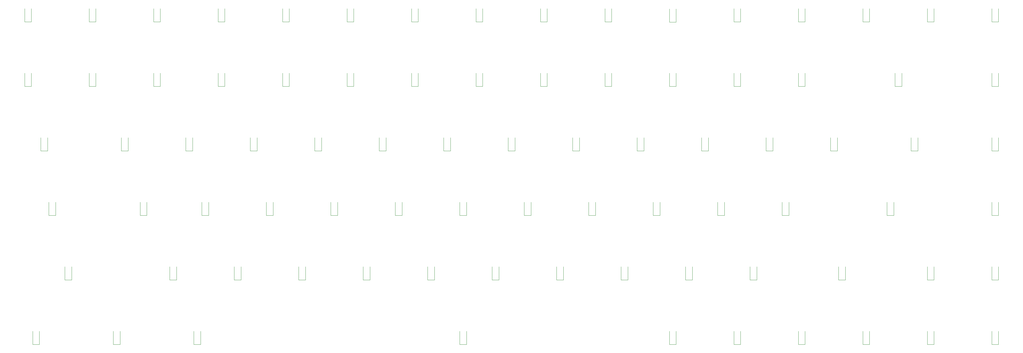
<source format=gbr>
G04 #@! TF.GenerationSoftware,KiCad,Pcbnew,(5.99.0-1615-g0042cd509)*
G04 #@! TF.CreationDate,2020-05-31T21:08:37-05:00*
G04 #@! TF.ProjectId,my-keyboard,6d792d6b-6579-4626-9f61-72642e6b6963,rev?*
G04 #@! TF.SameCoordinates,Original*
G04 #@! TF.FileFunction,Legend,Bot*
G04 #@! TF.FilePolarity,Positive*
%FSLAX46Y46*%
G04 Gerber Fmt 4.6, Leading zero omitted, Abs format (unit mm)*
G04 Created by KiCad (PCBNEW (5.99.0-1615-g0042cd509)) date 2020-05-31 21:08:37*
%MOMM*%
%LPD*%
G01*
G04 APERTURE LIST*
%ADD10C,0.120000*%
G04 APERTURE END LIST*
X385039880Y-206748214D02*
X384039880Y-206748214D01*
X384039880Y-206986309D01*
X384087500Y-207129166D01*
X384182738Y-207224404D01*
X384277976Y-207272023D01*
X384468452Y-207319642D01*
X384611309Y-207319642D01*
X384801785Y-207272023D01*
X384897023Y-207224404D01*
X384992261Y-207129166D01*
X385039880Y-206986309D01*
X385039880Y-206748214D01*
X384468452Y-207891071D02*
X384420833Y-207795833D01*
X384373214Y-207748214D01*
X384277976Y-207700595D01*
X384230357Y-207700595D01*
X384135119Y-207748214D01*
X384087500Y-207795833D01*
X384039880Y-207891071D01*
X384039880Y-208081547D01*
X384087500Y-208176785D01*
X384135119Y-208224404D01*
X384230357Y-208272023D01*
X384277976Y-208272023D01*
X384373214Y-208224404D01*
X384420833Y-208176785D01*
X384468452Y-208081547D01*
X384468452Y-207891071D01*
X384516071Y-207795833D01*
X384563690Y-207748214D01*
X384658928Y-207700595D01*
X384849404Y-207700595D01*
X384944642Y-207748214D01*
X384992261Y-207795833D01*
X385039880Y-207891071D01*
X385039880Y-208081547D01*
X384992261Y-208176785D01*
X384944642Y-208224404D01*
X384849404Y-208272023D01*
X384658928Y-208272023D01*
X384563690Y-208224404D01*
X384516071Y-208176785D01*
X384468452Y-208081547D01*
X384039880Y-209176785D02*
X384039880Y-208700595D01*
X384516071Y-208652976D01*
X384468452Y-208700595D01*
X384420833Y-208795833D01*
X384420833Y-209033928D01*
X384468452Y-209129166D01*
X384516071Y-209176785D01*
X384611309Y-209224404D01*
X384849404Y-209224404D01*
X384944642Y-209176785D01*
X384992261Y-209129166D01*
X385039880Y-209033928D01*
X385039880Y-208795833D01*
X384992261Y-208700595D01*
X384944642Y-208652976D01*
X385039880Y-187698214D02*
X384039880Y-187698214D01*
X384039880Y-187936309D01*
X384087500Y-188079166D01*
X384182738Y-188174404D01*
X384277976Y-188222023D01*
X384468452Y-188269642D01*
X384611309Y-188269642D01*
X384801785Y-188222023D01*
X384897023Y-188174404D01*
X384992261Y-188079166D01*
X385039880Y-187936309D01*
X385039880Y-187698214D01*
X384468452Y-188841071D02*
X384420833Y-188745833D01*
X384373214Y-188698214D01*
X384277976Y-188650595D01*
X384230357Y-188650595D01*
X384135119Y-188698214D01*
X384087500Y-188745833D01*
X384039880Y-188841071D01*
X384039880Y-189031547D01*
X384087500Y-189126785D01*
X384135119Y-189174404D01*
X384230357Y-189222023D01*
X384277976Y-189222023D01*
X384373214Y-189174404D01*
X384420833Y-189126785D01*
X384468452Y-189031547D01*
X384468452Y-188841071D01*
X384516071Y-188745833D01*
X384563690Y-188698214D01*
X384658928Y-188650595D01*
X384849404Y-188650595D01*
X384944642Y-188698214D01*
X384992261Y-188745833D01*
X385039880Y-188841071D01*
X385039880Y-189031547D01*
X384992261Y-189126785D01*
X384944642Y-189174404D01*
X384849404Y-189222023D01*
X384658928Y-189222023D01*
X384563690Y-189174404D01*
X384516071Y-189126785D01*
X384468452Y-189031547D01*
X384373214Y-190079166D02*
X385039880Y-190079166D01*
X383992261Y-189841071D02*
X384706547Y-189602976D01*
X384706547Y-190222023D01*
X385039880Y-168648214D02*
X384039880Y-168648214D01*
X384039880Y-168886309D01*
X384087500Y-169029166D01*
X384182738Y-169124404D01*
X384277976Y-169172023D01*
X384468452Y-169219642D01*
X384611309Y-169219642D01*
X384801785Y-169172023D01*
X384897023Y-169124404D01*
X384992261Y-169029166D01*
X385039880Y-168886309D01*
X385039880Y-168648214D01*
X384468452Y-169791071D02*
X384420833Y-169695833D01*
X384373214Y-169648214D01*
X384277976Y-169600595D01*
X384230357Y-169600595D01*
X384135119Y-169648214D01*
X384087500Y-169695833D01*
X384039880Y-169791071D01*
X384039880Y-169981547D01*
X384087500Y-170076785D01*
X384135119Y-170124404D01*
X384230357Y-170172023D01*
X384277976Y-170172023D01*
X384373214Y-170124404D01*
X384420833Y-170076785D01*
X384468452Y-169981547D01*
X384468452Y-169791071D01*
X384516071Y-169695833D01*
X384563690Y-169648214D01*
X384658928Y-169600595D01*
X384849404Y-169600595D01*
X384944642Y-169648214D01*
X384992261Y-169695833D01*
X385039880Y-169791071D01*
X385039880Y-169981547D01*
X384992261Y-170076785D01*
X384944642Y-170124404D01*
X384849404Y-170172023D01*
X384658928Y-170172023D01*
X384563690Y-170124404D01*
X384516071Y-170076785D01*
X384468452Y-169981547D01*
X384039880Y-170505357D02*
X384039880Y-171124404D01*
X384420833Y-170791071D01*
X384420833Y-170933928D01*
X384468452Y-171029166D01*
X384516071Y-171076785D01*
X384611309Y-171124404D01*
X384849404Y-171124404D01*
X384944642Y-171076785D01*
X384992261Y-171029166D01*
X385039880Y-170933928D01*
X385039880Y-170648214D01*
X384992261Y-170552976D01*
X384944642Y-170505357D01*
X385039880Y-149598214D02*
X384039880Y-149598214D01*
X384039880Y-149836309D01*
X384087500Y-149979166D01*
X384182738Y-150074404D01*
X384277976Y-150122023D01*
X384468452Y-150169642D01*
X384611309Y-150169642D01*
X384801785Y-150122023D01*
X384897023Y-150074404D01*
X384992261Y-149979166D01*
X385039880Y-149836309D01*
X385039880Y-149598214D01*
X384468452Y-150741071D02*
X384420833Y-150645833D01*
X384373214Y-150598214D01*
X384277976Y-150550595D01*
X384230357Y-150550595D01*
X384135119Y-150598214D01*
X384087500Y-150645833D01*
X384039880Y-150741071D01*
X384039880Y-150931547D01*
X384087500Y-151026785D01*
X384135119Y-151074404D01*
X384230357Y-151122023D01*
X384277976Y-151122023D01*
X384373214Y-151074404D01*
X384420833Y-151026785D01*
X384468452Y-150931547D01*
X384468452Y-150741071D01*
X384516071Y-150645833D01*
X384563690Y-150598214D01*
X384658928Y-150550595D01*
X384849404Y-150550595D01*
X384944642Y-150598214D01*
X384992261Y-150645833D01*
X385039880Y-150741071D01*
X385039880Y-150931547D01*
X384992261Y-151026785D01*
X384944642Y-151074404D01*
X384849404Y-151122023D01*
X384658928Y-151122023D01*
X384563690Y-151074404D01*
X384516071Y-151026785D01*
X384468452Y-150931547D01*
X384135119Y-151502976D02*
X384087500Y-151550595D01*
X384039880Y-151645833D01*
X384039880Y-151883928D01*
X384087500Y-151979166D01*
X384135119Y-152026785D01*
X384230357Y-152074404D01*
X384325595Y-152074404D01*
X384468452Y-152026785D01*
X385039880Y-151455357D01*
X385039880Y-152074404D01*
X385039880Y-130548214D02*
X384039880Y-130548214D01*
X384039880Y-130786309D01*
X384087500Y-130929166D01*
X384182738Y-131024404D01*
X384277976Y-131072023D01*
X384468452Y-131119642D01*
X384611309Y-131119642D01*
X384801785Y-131072023D01*
X384897023Y-131024404D01*
X384992261Y-130929166D01*
X385039880Y-130786309D01*
X385039880Y-130548214D01*
X384468452Y-131691071D02*
X384420833Y-131595833D01*
X384373214Y-131548214D01*
X384277976Y-131500595D01*
X384230357Y-131500595D01*
X384135119Y-131548214D01*
X384087500Y-131595833D01*
X384039880Y-131691071D01*
X384039880Y-131881547D01*
X384087500Y-131976785D01*
X384135119Y-132024404D01*
X384230357Y-132072023D01*
X384277976Y-132072023D01*
X384373214Y-132024404D01*
X384420833Y-131976785D01*
X384468452Y-131881547D01*
X384468452Y-131691071D01*
X384516071Y-131595833D01*
X384563690Y-131548214D01*
X384658928Y-131500595D01*
X384849404Y-131500595D01*
X384944642Y-131548214D01*
X384992261Y-131595833D01*
X385039880Y-131691071D01*
X385039880Y-131881547D01*
X384992261Y-131976785D01*
X384944642Y-132024404D01*
X384849404Y-132072023D01*
X384658928Y-132072023D01*
X384563690Y-132024404D01*
X384516071Y-131976785D01*
X384468452Y-131881547D01*
X385039880Y-133024404D02*
X385039880Y-132452976D01*
X385039880Y-132738690D02*
X384039880Y-132738690D01*
X384182738Y-132643452D01*
X384277976Y-132548214D01*
X384325595Y-132452976D01*
X385039880Y-111498214D02*
X384039880Y-111498214D01*
X384039880Y-111736309D01*
X384087500Y-111879166D01*
X384182738Y-111974404D01*
X384277976Y-112022023D01*
X384468452Y-112069642D01*
X384611309Y-112069642D01*
X384801785Y-112022023D01*
X384897023Y-111974404D01*
X384992261Y-111879166D01*
X385039880Y-111736309D01*
X385039880Y-111498214D01*
X384468452Y-112641071D02*
X384420833Y-112545833D01*
X384373214Y-112498214D01*
X384277976Y-112450595D01*
X384230357Y-112450595D01*
X384135119Y-112498214D01*
X384087500Y-112545833D01*
X384039880Y-112641071D01*
X384039880Y-112831547D01*
X384087500Y-112926785D01*
X384135119Y-112974404D01*
X384230357Y-113022023D01*
X384277976Y-113022023D01*
X384373214Y-112974404D01*
X384420833Y-112926785D01*
X384468452Y-112831547D01*
X384468452Y-112641071D01*
X384516071Y-112545833D01*
X384563690Y-112498214D01*
X384658928Y-112450595D01*
X384849404Y-112450595D01*
X384944642Y-112498214D01*
X384992261Y-112545833D01*
X385039880Y-112641071D01*
X385039880Y-112831547D01*
X384992261Y-112926785D01*
X384944642Y-112974404D01*
X384849404Y-113022023D01*
X384658928Y-113022023D01*
X384563690Y-112974404D01*
X384516071Y-112926785D01*
X384468452Y-112831547D01*
X384039880Y-113641071D02*
X384039880Y-113736309D01*
X384087500Y-113831547D01*
X384135119Y-113879166D01*
X384230357Y-113926785D01*
X384420833Y-113974404D01*
X384658928Y-113974404D01*
X384849404Y-113926785D01*
X384944642Y-113879166D01*
X384992261Y-113831547D01*
X385039880Y-113736309D01*
X385039880Y-113641071D01*
X384992261Y-113545833D01*
X384944642Y-113498214D01*
X384849404Y-113450595D01*
X384658928Y-113402976D01*
X384420833Y-113402976D01*
X384230357Y-113450595D01*
X384135119Y-113498214D01*
X384087500Y-113545833D01*
X384039880Y-113641071D01*
X365989880Y-206748214D02*
X364989880Y-206748214D01*
X364989880Y-206986309D01*
X365037500Y-207129166D01*
X365132738Y-207224404D01*
X365227976Y-207272023D01*
X365418452Y-207319642D01*
X365561309Y-207319642D01*
X365751785Y-207272023D01*
X365847023Y-207224404D01*
X365942261Y-207129166D01*
X365989880Y-206986309D01*
X365989880Y-206748214D01*
X364989880Y-207652976D02*
X364989880Y-208319642D01*
X365989880Y-207891071D01*
X365989880Y-208748214D02*
X365989880Y-208938690D01*
X365942261Y-209033928D01*
X365894642Y-209081547D01*
X365751785Y-209176785D01*
X365561309Y-209224404D01*
X365180357Y-209224404D01*
X365085119Y-209176785D01*
X365037500Y-209129166D01*
X364989880Y-209033928D01*
X364989880Y-208843452D01*
X365037500Y-208748214D01*
X365085119Y-208700595D01*
X365180357Y-208652976D01*
X365418452Y-208652976D01*
X365513690Y-208700595D01*
X365561309Y-208748214D01*
X365608928Y-208843452D01*
X365608928Y-209033928D01*
X365561309Y-209129166D01*
X365513690Y-209176785D01*
X365418452Y-209224404D01*
X365989880Y-187698214D02*
X364989880Y-187698214D01*
X364989880Y-187936309D01*
X365037500Y-188079166D01*
X365132738Y-188174404D01*
X365227976Y-188222023D01*
X365418452Y-188269642D01*
X365561309Y-188269642D01*
X365751785Y-188222023D01*
X365847023Y-188174404D01*
X365942261Y-188079166D01*
X365989880Y-187936309D01*
X365989880Y-187698214D01*
X364989880Y-188602976D02*
X364989880Y-189269642D01*
X365989880Y-188841071D01*
X365418452Y-189793452D02*
X365370833Y-189698214D01*
X365323214Y-189650595D01*
X365227976Y-189602976D01*
X365180357Y-189602976D01*
X365085119Y-189650595D01*
X365037500Y-189698214D01*
X364989880Y-189793452D01*
X364989880Y-189983928D01*
X365037500Y-190079166D01*
X365085119Y-190126785D01*
X365180357Y-190174404D01*
X365227976Y-190174404D01*
X365323214Y-190126785D01*
X365370833Y-190079166D01*
X365418452Y-189983928D01*
X365418452Y-189793452D01*
X365466071Y-189698214D01*
X365513690Y-189650595D01*
X365608928Y-189602976D01*
X365799404Y-189602976D01*
X365894642Y-189650595D01*
X365942261Y-189698214D01*
X365989880Y-189793452D01*
X365989880Y-189983928D01*
X365942261Y-190079166D01*
X365894642Y-190126785D01*
X365799404Y-190174404D01*
X365608928Y-190174404D01*
X365513690Y-190126785D01*
X365466071Y-190079166D01*
X365418452Y-189983928D01*
X365989880Y-111498214D02*
X364989880Y-111498214D01*
X364989880Y-111736309D01*
X365037500Y-111879166D01*
X365132738Y-111974404D01*
X365227976Y-112022023D01*
X365418452Y-112069642D01*
X365561309Y-112069642D01*
X365751785Y-112022023D01*
X365847023Y-111974404D01*
X365942261Y-111879166D01*
X365989880Y-111736309D01*
X365989880Y-111498214D01*
X364989880Y-112402976D02*
X364989880Y-113069642D01*
X365989880Y-112641071D01*
X364989880Y-113355357D02*
X364989880Y-114022023D01*
X365989880Y-113593452D01*
X346939880Y-206748214D02*
X345939880Y-206748214D01*
X345939880Y-206986309D01*
X345987500Y-207129166D01*
X346082738Y-207224404D01*
X346177976Y-207272023D01*
X346368452Y-207319642D01*
X346511309Y-207319642D01*
X346701785Y-207272023D01*
X346797023Y-207224404D01*
X346892261Y-207129166D01*
X346939880Y-206986309D01*
X346939880Y-206748214D01*
X345939880Y-207652976D02*
X345939880Y-208319642D01*
X346939880Y-207891071D01*
X345939880Y-209129166D02*
X345939880Y-208938690D01*
X345987500Y-208843452D01*
X346035119Y-208795833D01*
X346177976Y-208700595D01*
X346368452Y-208652976D01*
X346749404Y-208652976D01*
X346844642Y-208700595D01*
X346892261Y-208748214D01*
X346939880Y-208843452D01*
X346939880Y-209033928D01*
X346892261Y-209129166D01*
X346844642Y-209176785D01*
X346749404Y-209224404D01*
X346511309Y-209224404D01*
X346416071Y-209176785D01*
X346368452Y-209129166D01*
X346320833Y-209033928D01*
X346320833Y-208843452D01*
X346368452Y-208748214D01*
X346416071Y-208700595D01*
X346511309Y-208652976D01*
X361227380Y-149598214D02*
X360227380Y-149598214D01*
X360227380Y-149836309D01*
X360275000Y-149979166D01*
X360370238Y-150074404D01*
X360465476Y-150122023D01*
X360655952Y-150169642D01*
X360798809Y-150169642D01*
X360989285Y-150122023D01*
X361084523Y-150074404D01*
X361179761Y-149979166D01*
X361227380Y-149836309D01*
X361227380Y-149598214D01*
X360227380Y-150502976D02*
X360227380Y-151169642D01*
X361227380Y-150741071D01*
X360560714Y-151979166D02*
X361227380Y-151979166D01*
X360179761Y-151741071D02*
X360894047Y-151502976D01*
X360894047Y-152122023D01*
X356464880Y-130548214D02*
X355464880Y-130548214D01*
X355464880Y-130786309D01*
X355512500Y-130929166D01*
X355607738Y-131024404D01*
X355702976Y-131072023D01*
X355893452Y-131119642D01*
X356036309Y-131119642D01*
X356226785Y-131072023D01*
X356322023Y-131024404D01*
X356417261Y-130929166D01*
X356464880Y-130786309D01*
X356464880Y-130548214D01*
X355464880Y-131452976D02*
X355464880Y-132119642D01*
X356464880Y-131691071D01*
X355464880Y-132405357D02*
X355464880Y-133024404D01*
X355845833Y-132691071D01*
X355845833Y-132833928D01*
X355893452Y-132929166D01*
X355941071Y-132976785D01*
X356036309Y-133024404D01*
X356274404Y-133024404D01*
X356369642Y-132976785D01*
X356417261Y-132929166D01*
X356464880Y-132833928D01*
X356464880Y-132548214D01*
X356417261Y-132452976D01*
X356369642Y-132405357D01*
X346939880Y-111498214D02*
X345939880Y-111498214D01*
X345939880Y-111736309D01*
X345987500Y-111879166D01*
X346082738Y-111974404D01*
X346177976Y-112022023D01*
X346368452Y-112069642D01*
X346511309Y-112069642D01*
X346701785Y-112022023D01*
X346797023Y-111974404D01*
X346892261Y-111879166D01*
X346939880Y-111736309D01*
X346939880Y-111498214D01*
X345939880Y-112402976D02*
X345939880Y-113069642D01*
X346939880Y-112641071D01*
X346035119Y-113402976D02*
X345987500Y-113450595D01*
X345939880Y-113545833D01*
X345939880Y-113783928D01*
X345987500Y-113879166D01*
X346035119Y-113926785D01*
X346130357Y-113974404D01*
X346225595Y-113974404D01*
X346368452Y-113926785D01*
X346939880Y-113355357D01*
X346939880Y-113974404D01*
X327889880Y-206748214D02*
X326889880Y-206748214D01*
X326889880Y-206986309D01*
X326937500Y-207129166D01*
X327032738Y-207224404D01*
X327127976Y-207272023D01*
X327318452Y-207319642D01*
X327461309Y-207319642D01*
X327651785Y-207272023D01*
X327747023Y-207224404D01*
X327842261Y-207129166D01*
X327889880Y-206986309D01*
X327889880Y-206748214D01*
X326889880Y-207652976D02*
X326889880Y-208319642D01*
X327889880Y-207891071D01*
X327889880Y-209224404D02*
X327889880Y-208652976D01*
X327889880Y-208938690D02*
X326889880Y-208938690D01*
X327032738Y-208843452D01*
X327127976Y-208748214D01*
X327175595Y-208652976D01*
X338891369Y-190126785D02*
X339891369Y-190126785D01*
X339891369Y-189888690D01*
X339843750Y-189745833D01*
X339748511Y-189650595D01*
X339653273Y-189602976D01*
X339462797Y-189555357D01*
X339319940Y-189555357D01*
X339129464Y-189602976D01*
X339034226Y-189650595D01*
X338938988Y-189745833D01*
X338891369Y-189888690D01*
X338891369Y-190126785D01*
X339891369Y-189222023D02*
X339891369Y-188555357D01*
X338891369Y-188983928D01*
X339891369Y-187983928D02*
X339891369Y-187888690D01*
X339843750Y-187793452D01*
X339796130Y-187745833D01*
X339700892Y-187698214D01*
X339510416Y-187650595D01*
X339272321Y-187650595D01*
X339081845Y-187698214D01*
X338986607Y-187745833D01*
X338938988Y-187793452D01*
X338891369Y-187888690D01*
X338891369Y-187983928D01*
X338938988Y-188079166D01*
X338986607Y-188126785D01*
X339081845Y-188174404D01*
X339272321Y-188222023D01*
X339510416Y-188222023D01*
X339700892Y-188174404D01*
X339796130Y-188126785D01*
X339843750Y-188079166D01*
X339891369Y-187983928D01*
X354083630Y-168648214D02*
X353083630Y-168648214D01*
X353083630Y-168886309D01*
X353131250Y-169029166D01*
X353226488Y-169124404D01*
X353321726Y-169172023D01*
X353512202Y-169219642D01*
X353655059Y-169219642D01*
X353845535Y-169172023D01*
X353940773Y-169124404D01*
X354036011Y-169029166D01*
X354083630Y-168886309D01*
X354083630Y-168648214D01*
X353083630Y-170076785D02*
X353083630Y-169886309D01*
X353131250Y-169791071D01*
X353178869Y-169743452D01*
X353321726Y-169648214D01*
X353512202Y-169600595D01*
X353893154Y-169600595D01*
X353988392Y-169648214D01*
X354036011Y-169695833D01*
X354083630Y-169791071D01*
X354083630Y-169981547D01*
X354036011Y-170076785D01*
X353988392Y-170124404D01*
X353893154Y-170172023D01*
X353655059Y-170172023D01*
X353559821Y-170124404D01*
X353512202Y-170076785D01*
X353464583Y-169981547D01*
X353464583Y-169791071D01*
X353512202Y-169695833D01*
X353559821Y-169648214D01*
X353655059Y-169600595D01*
X354083630Y-170648214D02*
X354083630Y-170838690D01*
X354036011Y-170933928D01*
X353988392Y-170981547D01*
X353845535Y-171076785D01*
X353655059Y-171124404D01*
X353274107Y-171124404D01*
X353178869Y-171076785D01*
X353131250Y-171029166D01*
X353083630Y-170933928D01*
X353083630Y-170743452D01*
X353131250Y-170648214D01*
X353178869Y-170600595D01*
X353274107Y-170552976D01*
X353512202Y-170552976D01*
X353607440Y-170600595D01*
X353655059Y-170648214D01*
X353702678Y-170743452D01*
X353702678Y-170933928D01*
X353655059Y-171029166D01*
X353607440Y-171076785D01*
X353512202Y-171124404D01*
X337414880Y-149598214D02*
X336414880Y-149598214D01*
X336414880Y-149836309D01*
X336462500Y-149979166D01*
X336557738Y-150074404D01*
X336652976Y-150122023D01*
X336843452Y-150169642D01*
X336986309Y-150169642D01*
X337176785Y-150122023D01*
X337272023Y-150074404D01*
X337367261Y-149979166D01*
X337414880Y-149836309D01*
X337414880Y-149598214D01*
X336414880Y-151026785D02*
X336414880Y-150836309D01*
X336462500Y-150741071D01*
X336510119Y-150693452D01*
X336652976Y-150598214D01*
X336843452Y-150550595D01*
X337224404Y-150550595D01*
X337319642Y-150598214D01*
X337367261Y-150645833D01*
X337414880Y-150741071D01*
X337414880Y-150931547D01*
X337367261Y-151026785D01*
X337319642Y-151074404D01*
X337224404Y-151122023D01*
X336986309Y-151122023D01*
X336891071Y-151074404D01*
X336843452Y-151026785D01*
X336795833Y-150931547D01*
X336795833Y-150741071D01*
X336843452Y-150645833D01*
X336891071Y-150598214D01*
X336986309Y-150550595D01*
X336843452Y-151693452D02*
X336795833Y-151598214D01*
X336748214Y-151550595D01*
X336652976Y-151502976D01*
X336605357Y-151502976D01*
X336510119Y-151550595D01*
X336462500Y-151598214D01*
X336414880Y-151693452D01*
X336414880Y-151883928D01*
X336462500Y-151979166D01*
X336510119Y-152026785D01*
X336605357Y-152074404D01*
X336652976Y-152074404D01*
X336748214Y-152026785D01*
X336795833Y-151979166D01*
X336843452Y-151883928D01*
X336843452Y-151693452D01*
X336891071Y-151598214D01*
X336938690Y-151550595D01*
X337033928Y-151502976D01*
X337224404Y-151502976D01*
X337319642Y-151550595D01*
X337367261Y-151598214D01*
X337414880Y-151693452D01*
X337414880Y-151883928D01*
X337367261Y-151979166D01*
X337319642Y-152026785D01*
X337224404Y-152074404D01*
X337033928Y-152074404D01*
X336938690Y-152026785D01*
X336891071Y-151979166D01*
X336843452Y-151883928D01*
X327889880Y-130548214D02*
X326889880Y-130548214D01*
X326889880Y-130786309D01*
X326937500Y-130929166D01*
X327032738Y-131024404D01*
X327127976Y-131072023D01*
X327318452Y-131119642D01*
X327461309Y-131119642D01*
X327651785Y-131072023D01*
X327747023Y-131024404D01*
X327842261Y-130929166D01*
X327889880Y-130786309D01*
X327889880Y-130548214D01*
X326889880Y-131976785D02*
X326889880Y-131786309D01*
X326937500Y-131691071D01*
X326985119Y-131643452D01*
X327127976Y-131548214D01*
X327318452Y-131500595D01*
X327699404Y-131500595D01*
X327794642Y-131548214D01*
X327842261Y-131595833D01*
X327889880Y-131691071D01*
X327889880Y-131881547D01*
X327842261Y-131976785D01*
X327794642Y-132024404D01*
X327699404Y-132072023D01*
X327461309Y-132072023D01*
X327366071Y-132024404D01*
X327318452Y-131976785D01*
X327270833Y-131881547D01*
X327270833Y-131691071D01*
X327318452Y-131595833D01*
X327366071Y-131548214D01*
X327461309Y-131500595D01*
X326889880Y-132405357D02*
X326889880Y-133072023D01*
X327889880Y-132643452D01*
X327889880Y-111498214D02*
X326889880Y-111498214D01*
X326889880Y-111736309D01*
X326937500Y-111879166D01*
X327032738Y-111974404D01*
X327127976Y-112022023D01*
X327318452Y-112069642D01*
X327461309Y-112069642D01*
X327651785Y-112022023D01*
X327747023Y-111974404D01*
X327842261Y-111879166D01*
X327889880Y-111736309D01*
X327889880Y-111498214D01*
X326889880Y-112926785D02*
X326889880Y-112736309D01*
X326937500Y-112641071D01*
X326985119Y-112593452D01*
X327127976Y-112498214D01*
X327318452Y-112450595D01*
X327699404Y-112450595D01*
X327794642Y-112498214D01*
X327842261Y-112545833D01*
X327889880Y-112641071D01*
X327889880Y-112831547D01*
X327842261Y-112926785D01*
X327794642Y-112974404D01*
X327699404Y-113022023D01*
X327461309Y-113022023D01*
X327366071Y-112974404D01*
X327318452Y-112926785D01*
X327270833Y-112831547D01*
X327270833Y-112641071D01*
X327318452Y-112545833D01*
X327366071Y-112498214D01*
X327461309Y-112450595D01*
X326889880Y-113879166D02*
X326889880Y-113688690D01*
X326937500Y-113593452D01*
X326985119Y-113545833D01*
X327127976Y-113450595D01*
X327318452Y-113402976D01*
X327699404Y-113402976D01*
X327794642Y-113450595D01*
X327842261Y-113498214D01*
X327889880Y-113593452D01*
X327889880Y-113783928D01*
X327842261Y-113879166D01*
X327794642Y-113926785D01*
X327699404Y-113974404D01*
X327461309Y-113974404D01*
X327366071Y-113926785D01*
X327318452Y-113879166D01*
X327270833Y-113783928D01*
X327270833Y-113593452D01*
X327318452Y-113498214D01*
X327366071Y-113450595D01*
X327461309Y-113402976D01*
X308839880Y-206748214D02*
X307839880Y-206748214D01*
X307839880Y-206986309D01*
X307887500Y-207129166D01*
X307982738Y-207224404D01*
X308077976Y-207272023D01*
X308268452Y-207319642D01*
X308411309Y-207319642D01*
X308601785Y-207272023D01*
X308697023Y-207224404D01*
X308792261Y-207129166D01*
X308839880Y-206986309D01*
X308839880Y-206748214D01*
X307839880Y-208176785D02*
X307839880Y-207986309D01*
X307887500Y-207891071D01*
X307935119Y-207843452D01*
X308077976Y-207748214D01*
X308268452Y-207700595D01*
X308649404Y-207700595D01*
X308744642Y-207748214D01*
X308792261Y-207795833D01*
X308839880Y-207891071D01*
X308839880Y-208081547D01*
X308792261Y-208176785D01*
X308744642Y-208224404D01*
X308649404Y-208272023D01*
X308411309Y-208272023D01*
X308316071Y-208224404D01*
X308268452Y-208176785D01*
X308220833Y-208081547D01*
X308220833Y-207891071D01*
X308268452Y-207795833D01*
X308316071Y-207748214D01*
X308411309Y-207700595D01*
X307839880Y-209176785D02*
X307839880Y-208700595D01*
X308316071Y-208652976D01*
X308268452Y-208700595D01*
X308220833Y-208795833D01*
X308220833Y-209033928D01*
X308268452Y-209129166D01*
X308316071Y-209176785D01*
X308411309Y-209224404D01*
X308649404Y-209224404D01*
X308744642Y-209176785D01*
X308792261Y-209129166D01*
X308839880Y-209033928D01*
X308839880Y-208795833D01*
X308792261Y-208700595D01*
X308744642Y-208652976D01*
X312697619Y-190126785D02*
X313697619Y-190126785D01*
X313697619Y-189888690D01*
X313650000Y-189745833D01*
X313554761Y-189650595D01*
X313459523Y-189602976D01*
X313269047Y-189555357D01*
X313126190Y-189555357D01*
X312935714Y-189602976D01*
X312840476Y-189650595D01*
X312745238Y-189745833D01*
X312697619Y-189888690D01*
X312697619Y-190126785D01*
X313697619Y-188698214D02*
X313697619Y-188888690D01*
X313650000Y-188983928D01*
X313602380Y-189031547D01*
X313459523Y-189126785D01*
X313269047Y-189174404D01*
X312888095Y-189174404D01*
X312792857Y-189126785D01*
X312745238Y-189079166D01*
X312697619Y-188983928D01*
X312697619Y-188793452D01*
X312745238Y-188698214D01*
X312792857Y-188650595D01*
X312888095Y-188602976D01*
X313126190Y-188602976D01*
X313221428Y-188650595D01*
X313269047Y-188698214D01*
X313316666Y-188793452D01*
X313316666Y-188983928D01*
X313269047Y-189079166D01*
X313221428Y-189126785D01*
X313126190Y-189174404D01*
X313364285Y-187745833D02*
X312697619Y-187745833D01*
X313745238Y-187983928D02*
X313030952Y-188222023D01*
X313030952Y-187602976D01*
X323127380Y-168648214D02*
X322127380Y-168648214D01*
X322127380Y-168886309D01*
X322175000Y-169029166D01*
X322270238Y-169124404D01*
X322365476Y-169172023D01*
X322555952Y-169219642D01*
X322698809Y-169219642D01*
X322889285Y-169172023D01*
X322984523Y-169124404D01*
X323079761Y-169029166D01*
X323127380Y-168886309D01*
X323127380Y-168648214D01*
X322127380Y-170076785D02*
X322127380Y-169886309D01*
X322175000Y-169791071D01*
X322222619Y-169743452D01*
X322365476Y-169648214D01*
X322555952Y-169600595D01*
X322936904Y-169600595D01*
X323032142Y-169648214D01*
X323079761Y-169695833D01*
X323127380Y-169791071D01*
X323127380Y-169981547D01*
X323079761Y-170076785D01*
X323032142Y-170124404D01*
X322936904Y-170172023D01*
X322698809Y-170172023D01*
X322603571Y-170124404D01*
X322555952Y-170076785D01*
X322508333Y-169981547D01*
X322508333Y-169791071D01*
X322555952Y-169695833D01*
X322603571Y-169648214D01*
X322698809Y-169600595D01*
X322127380Y-170505357D02*
X322127380Y-171124404D01*
X322508333Y-170791071D01*
X322508333Y-170933928D01*
X322555952Y-171029166D01*
X322603571Y-171076785D01*
X322698809Y-171124404D01*
X322936904Y-171124404D01*
X323032142Y-171076785D01*
X323079761Y-171029166D01*
X323127380Y-170933928D01*
X323127380Y-170648214D01*
X323079761Y-170552976D01*
X323032142Y-170505357D01*
X318364880Y-149598214D02*
X317364880Y-149598214D01*
X317364880Y-149836309D01*
X317412500Y-149979166D01*
X317507738Y-150074404D01*
X317602976Y-150122023D01*
X317793452Y-150169642D01*
X317936309Y-150169642D01*
X318126785Y-150122023D01*
X318222023Y-150074404D01*
X318317261Y-149979166D01*
X318364880Y-149836309D01*
X318364880Y-149598214D01*
X317364880Y-151026785D02*
X317364880Y-150836309D01*
X317412500Y-150741071D01*
X317460119Y-150693452D01*
X317602976Y-150598214D01*
X317793452Y-150550595D01*
X318174404Y-150550595D01*
X318269642Y-150598214D01*
X318317261Y-150645833D01*
X318364880Y-150741071D01*
X318364880Y-150931547D01*
X318317261Y-151026785D01*
X318269642Y-151074404D01*
X318174404Y-151122023D01*
X317936309Y-151122023D01*
X317841071Y-151074404D01*
X317793452Y-151026785D01*
X317745833Y-150931547D01*
X317745833Y-150741071D01*
X317793452Y-150645833D01*
X317841071Y-150598214D01*
X317936309Y-150550595D01*
X317460119Y-151502976D02*
X317412500Y-151550595D01*
X317364880Y-151645833D01*
X317364880Y-151883928D01*
X317412500Y-151979166D01*
X317460119Y-152026785D01*
X317555357Y-152074404D01*
X317650595Y-152074404D01*
X317793452Y-152026785D01*
X318364880Y-151455357D01*
X318364880Y-152074404D01*
X308839880Y-130548214D02*
X307839880Y-130548214D01*
X307839880Y-130786309D01*
X307887500Y-130929166D01*
X307982738Y-131024404D01*
X308077976Y-131072023D01*
X308268452Y-131119642D01*
X308411309Y-131119642D01*
X308601785Y-131072023D01*
X308697023Y-131024404D01*
X308792261Y-130929166D01*
X308839880Y-130786309D01*
X308839880Y-130548214D01*
X307839880Y-131976785D02*
X307839880Y-131786309D01*
X307887500Y-131691071D01*
X307935119Y-131643452D01*
X308077976Y-131548214D01*
X308268452Y-131500595D01*
X308649404Y-131500595D01*
X308744642Y-131548214D01*
X308792261Y-131595833D01*
X308839880Y-131691071D01*
X308839880Y-131881547D01*
X308792261Y-131976785D01*
X308744642Y-132024404D01*
X308649404Y-132072023D01*
X308411309Y-132072023D01*
X308316071Y-132024404D01*
X308268452Y-131976785D01*
X308220833Y-131881547D01*
X308220833Y-131691071D01*
X308268452Y-131595833D01*
X308316071Y-131548214D01*
X308411309Y-131500595D01*
X308839880Y-133024404D02*
X308839880Y-132452976D01*
X308839880Y-132738690D02*
X307839880Y-132738690D01*
X307982738Y-132643452D01*
X308077976Y-132548214D01*
X308125595Y-132452976D01*
X308839880Y-111498214D02*
X307839880Y-111498214D01*
X307839880Y-111736309D01*
X307887500Y-111879166D01*
X307982738Y-111974404D01*
X308077976Y-112022023D01*
X308268452Y-112069642D01*
X308411309Y-112069642D01*
X308601785Y-112022023D01*
X308697023Y-111974404D01*
X308792261Y-111879166D01*
X308839880Y-111736309D01*
X308839880Y-111498214D01*
X307839880Y-112926785D02*
X307839880Y-112736309D01*
X307887500Y-112641071D01*
X307935119Y-112593452D01*
X308077976Y-112498214D01*
X308268452Y-112450595D01*
X308649404Y-112450595D01*
X308744642Y-112498214D01*
X308792261Y-112545833D01*
X308839880Y-112641071D01*
X308839880Y-112831547D01*
X308792261Y-112926785D01*
X308744642Y-112974404D01*
X308649404Y-113022023D01*
X308411309Y-113022023D01*
X308316071Y-112974404D01*
X308268452Y-112926785D01*
X308220833Y-112831547D01*
X308220833Y-112641071D01*
X308268452Y-112545833D01*
X308316071Y-112498214D01*
X308411309Y-112450595D01*
X307839880Y-113641071D02*
X307839880Y-113736309D01*
X307887500Y-113831547D01*
X307935119Y-113879166D01*
X308030357Y-113926785D01*
X308220833Y-113974404D01*
X308458928Y-113974404D01*
X308649404Y-113926785D01*
X308744642Y-113879166D01*
X308792261Y-113831547D01*
X308839880Y-113736309D01*
X308839880Y-113641071D01*
X308792261Y-113545833D01*
X308744642Y-113498214D01*
X308649404Y-113450595D01*
X308458928Y-113402976D01*
X308220833Y-113402976D01*
X308030357Y-113450595D01*
X307935119Y-113498214D01*
X307887500Y-113545833D01*
X307839880Y-113641071D01*
X289789880Y-206748214D02*
X288789880Y-206748214D01*
X288789880Y-206986309D01*
X288837500Y-207129166D01*
X288932738Y-207224404D01*
X289027976Y-207272023D01*
X289218452Y-207319642D01*
X289361309Y-207319642D01*
X289551785Y-207272023D01*
X289647023Y-207224404D01*
X289742261Y-207129166D01*
X289789880Y-206986309D01*
X289789880Y-206748214D01*
X288789880Y-208224404D02*
X288789880Y-207748214D01*
X289266071Y-207700595D01*
X289218452Y-207748214D01*
X289170833Y-207843452D01*
X289170833Y-208081547D01*
X289218452Y-208176785D01*
X289266071Y-208224404D01*
X289361309Y-208272023D01*
X289599404Y-208272023D01*
X289694642Y-208224404D01*
X289742261Y-208176785D01*
X289789880Y-208081547D01*
X289789880Y-207843452D01*
X289742261Y-207748214D01*
X289694642Y-207700595D01*
X289789880Y-208748214D02*
X289789880Y-208938690D01*
X289742261Y-209033928D01*
X289694642Y-209081547D01*
X289551785Y-209176785D01*
X289361309Y-209224404D01*
X288980357Y-209224404D01*
X288885119Y-209176785D01*
X288837500Y-209129166D01*
X288789880Y-209033928D01*
X288789880Y-208843452D01*
X288837500Y-208748214D01*
X288885119Y-208700595D01*
X288980357Y-208652976D01*
X289218452Y-208652976D01*
X289313690Y-208700595D01*
X289361309Y-208748214D01*
X289408928Y-208843452D01*
X289408928Y-209033928D01*
X289361309Y-209129166D01*
X289313690Y-209176785D01*
X289218452Y-209224404D01*
X294552380Y-187698214D02*
X293552380Y-187698214D01*
X293552380Y-187936309D01*
X293600000Y-188079166D01*
X293695238Y-188174404D01*
X293790476Y-188222023D01*
X293980952Y-188269642D01*
X294123809Y-188269642D01*
X294314285Y-188222023D01*
X294409523Y-188174404D01*
X294504761Y-188079166D01*
X294552380Y-187936309D01*
X294552380Y-187698214D01*
X293552380Y-189174404D02*
X293552380Y-188698214D01*
X294028571Y-188650595D01*
X293980952Y-188698214D01*
X293933333Y-188793452D01*
X293933333Y-189031547D01*
X293980952Y-189126785D01*
X294028571Y-189174404D01*
X294123809Y-189222023D01*
X294361904Y-189222023D01*
X294457142Y-189174404D01*
X294504761Y-189126785D01*
X294552380Y-189031547D01*
X294552380Y-188793452D01*
X294504761Y-188698214D01*
X294457142Y-188650595D01*
X293980952Y-189793452D02*
X293933333Y-189698214D01*
X293885714Y-189650595D01*
X293790476Y-189602976D01*
X293742857Y-189602976D01*
X293647619Y-189650595D01*
X293600000Y-189698214D01*
X293552380Y-189793452D01*
X293552380Y-189983928D01*
X293600000Y-190079166D01*
X293647619Y-190126785D01*
X293742857Y-190174404D01*
X293790476Y-190174404D01*
X293885714Y-190126785D01*
X293933333Y-190079166D01*
X293980952Y-189983928D01*
X293980952Y-189793452D01*
X294028571Y-189698214D01*
X294076190Y-189650595D01*
X294171428Y-189602976D01*
X294361904Y-189602976D01*
X294457142Y-189650595D01*
X294504761Y-189698214D01*
X294552380Y-189793452D01*
X294552380Y-189983928D01*
X294504761Y-190079166D01*
X294457142Y-190126785D01*
X294361904Y-190174404D01*
X294171428Y-190174404D01*
X294076190Y-190126785D01*
X294028571Y-190079166D01*
X293980952Y-189983928D01*
X304077380Y-168648214D02*
X303077380Y-168648214D01*
X303077380Y-168886309D01*
X303125000Y-169029166D01*
X303220238Y-169124404D01*
X303315476Y-169172023D01*
X303505952Y-169219642D01*
X303648809Y-169219642D01*
X303839285Y-169172023D01*
X303934523Y-169124404D01*
X304029761Y-169029166D01*
X304077380Y-168886309D01*
X304077380Y-168648214D01*
X303077380Y-170124404D02*
X303077380Y-169648214D01*
X303553571Y-169600595D01*
X303505952Y-169648214D01*
X303458333Y-169743452D01*
X303458333Y-169981547D01*
X303505952Y-170076785D01*
X303553571Y-170124404D01*
X303648809Y-170172023D01*
X303886904Y-170172023D01*
X303982142Y-170124404D01*
X304029761Y-170076785D01*
X304077380Y-169981547D01*
X304077380Y-169743452D01*
X304029761Y-169648214D01*
X303982142Y-169600595D01*
X303077380Y-170505357D02*
X303077380Y-171172023D01*
X304077380Y-170743452D01*
X299314880Y-149598214D02*
X298314880Y-149598214D01*
X298314880Y-149836309D01*
X298362500Y-149979166D01*
X298457738Y-150074404D01*
X298552976Y-150122023D01*
X298743452Y-150169642D01*
X298886309Y-150169642D01*
X299076785Y-150122023D01*
X299172023Y-150074404D01*
X299267261Y-149979166D01*
X299314880Y-149836309D01*
X299314880Y-149598214D01*
X298314880Y-151074404D02*
X298314880Y-150598214D01*
X298791071Y-150550595D01*
X298743452Y-150598214D01*
X298695833Y-150693452D01*
X298695833Y-150931547D01*
X298743452Y-151026785D01*
X298791071Y-151074404D01*
X298886309Y-151122023D01*
X299124404Y-151122023D01*
X299219642Y-151074404D01*
X299267261Y-151026785D01*
X299314880Y-150931547D01*
X299314880Y-150693452D01*
X299267261Y-150598214D01*
X299219642Y-150550595D01*
X298314880Y-151979166D02*
X298314880Y-151788690D01*
X298362500Y-151693452D01*
X298410119Y-151645833D01*
X298552976Y-151550595D01*
X298743452Y-151502976D01*
X299124404Y-151502976D01*
X299219642Y-151550595D01*
X299267261Y-151598214D01*
X299314880Y-151693452D01*
X299314880Y-151883928D01*
X299267261Y-151979166D01*
X299219642Y-152026785D01*
X299124404Y-152074404D01*
X298886309Y-152074404D01*
X298791071Y-152026785D01*
X298743452Y-151979166D01*
X298695833Y-151883928D01*
X298695833Y-151693452D01*
X298743452Y-151598214D01*
X298791071Y-151550595D01*
X298886309Y-151502976D01*
X289789880Y-130548214D02*
X288789880Y-130548214D01*
X288789880Y-130786309D01*
X288837500Y-130929166D01*
X288932738Y-131024404D01*
X289027976Y-131072023D01*
X289218452Y-131119642D01*
X289361309Y-131119642D01*
X289551785Y-131072023D01*
X289647023Y-131024404D01*
X289742261Y-130929166D01*
X289789880Y-130786309D01*
X289789880Y-130548214D01*
X288789880Y-132024404D02*
X288789880Y-131548214D01*
X289266071Y-131500595D01*
X289218452Y-131548214D01*
X289170833Y-131643452D01*
X289170833Y-131881547D01*
X289218452Y-131976785D01*
X289266071Y-132024404D01*
X289361309Y-132072023D01*
X289599404Y-132072023D01*
X289694642Y-132024404D01*
X289742261Y-131976785D01*
X289789880Y-131881547D01*
X289789880Y-131643452D01*
X289742261Y-131548214D01*
X289694642Y-131500595D01*
X288789880Y-132976785D02*
X288789880Y-132500595D01*
X289266071Y-132452976D01*
X289218452Y-132500595D01*
X289170833Y-132595833D01*
X289170833Y-132833928D01*
X289218452Y-132929166D01*
X289266071Y-132976785D01*
X289361309Y-133024404D01*
X289599404Y-133024404D01*
X289694642Y-132976785D01*
X289742261Y-132929166D01*
X289789880Y-132833928D01*
X289789880Y-132595833D01*
X289742261Y-132500595D01*
X289694642Y-132452976D01*
X289789880Y-111560714D02*
X288789880Y-111560714D01*
X288789880Y-111798809D01*
X288837500Y-111941666D01*
X288932738Y-112036904D01*
X289027976Y-112084523D01*
X289218452Y-112132142D01*
X289361309Y-112132142D01*
X289551785Y-112084523D01*
X289647023Y-112036904D01*
X289742261Y-111941666D01*
X289789880Y-111798809D01*
X289789880Y-111560714D01*
X288789880Y-113036904D02*
X288789880Y-112560714D01*
X289266071Y-112513095D01*
X289218452Y-112560714D01*
X289170833Y-112655952D01*
X289170833Y-112894047D01*
X289218452Y-112989285D01*
X289266071Y-113036904D01*
X289361309Y-113084523D01*
X289599404Y-113084523D01*
X289694642Y-113036904D01*
X289742261Y-112989285D01*
X289789880Y-112894047D01*
X289789880Y-112655952D01*
X289742261Y-112560714D01*
X289694642Y-112513095D01*
X289123214Y-113941666D02*
X289789880Y-113941666D01*
X288742261Y-113703571D02*
X289456547Y-113465476D01*
X289456547Y-114084523D01*
X274597619Y-190126785D02*
X275597619Y-190126785D01*
X275597619Y-189888690D01*
X275550000Y-189745833D01*
X275454761Y-189650595D01*
X275359523Y-189602976D01*
X275169047Y-189555357D01*
X275026190Y-189555357D01*
X274835714Y-189602976D01*
X274740476Y-189650595D01*
X274645238Y-189745833D01*
X274597619Y-189888690D01*
X274597619Y-190126785D01*
X275597619Y-188650595D02*
X275597619Y-189126785D01*
X275121428Y-189174404D01*
X275169047Y-189126785D01*
X275216666Y-189031547D01*
X275216666Y-188793452D01*
X275169047Y-188698214D01*
X275121428Y-188650595D01*
X275026190Y-188602976D01*
X274788095Y-188602976D01*
X274692857Y-188650595D01*
X274645238Y-188698214D01*
X274597619Y-188793452D01*
X274597619Y-189031547D01*
X274645238Y-189126785D01*
X274692857Y-189174404D01*
X275597619Y-188269642D02*
X275597619Y-187650595D01*
X275216666Y-187983928D01*
X275216666Y-187841071D01*
X275169047Y-187745833D01*
X275121428Y-187698214D01*
X275026190Y-187650595D01*
X274788095Y-187650595D01*
X274692857Y-187698214D01*
X274645238Y-187745833D01*
X274597619Y-187841071D01*
X274597619Y-188126785D01*
X274645238Y-188222023D01*
X274692857Y-188269642D01*
X285027380Y-168648214D02*
X284027380Y-168648214D01*
X284027380Y-168886309D01*
X284075000Y-169029166D01*
X284170238Y-169124404D01*
X284265476Y-169172023D01*
X284455952Y-169219642D01*
X284598809Y-169219642D01*
X284789285Y-169172023D01*
X284884523Y-169124404D01*
X284979761Y-169029166D01*
X285027380Y-168886309D01*
X285027380Y-168648214D01*
X284027380Y-170124404D02*
X284027380Y-169648214D01*
X284503571Y-169600595D01*
X284455952Y-169648214D01*
X284408333Y-169743452D01*
X284408333Y-169981547D01*
X284455952Y-170076785D01*
X284503571Y-170124404D01*
X284598809Y-170172023D01*
X284836904Y-170172023D01*
X284932142Y-170124404D01*
X284979761Y-170076785D01*
X285027380Y-169981547D01*
X285027380Y-169743452D01*
X284979761Y-169648214D01*
X284932142Y-169600595D01*
X284122619Y-170552976D02*
X284075000Y-170600595D01*
X284027380Y-170695833D01*
X284027380Y-170933928D01*
X284075000Y-171029166D01*
X284122619Y-171076785D01*
X284217857Y-171124404D01*
X284313095Y-171124404D01*
X284455952Y-171076785D01*
X285027380Y-170505357D01*
X285027380Y-171124404D01*
X280264880Y-149598214D02*
X279264880Y-149598214D01*
X279264880Y-149836309D01*
X279312500Y-149979166D01*
X279407738Y-150074404D01*
X279502976Y-150122023D01*
X279693452Y-150169642D01*
X279836309Y-150169642D01*
X280026785Y-150122023D01*
X280122023Y-150074404D01*
X280217261Y-149979166D01*
X280264880Y-149836309D01*
X280264880Y-149598214D01*
X279264880Y-151074404D02*
X279264880Y-150598214D01*
X279741071Y-150550595D01*
X279693452Y-150598214D01*
X279645833Y-150693452D01*
X279645833Y-150931547D01*
X279693452Y-151026785D01*
X279741071Y-151074404D01*
X279836309Y-151122023D01*
X280074404Y-151122023D01*
X280169642Y-151074404D01*
X280217261Y-151026785D01*
X280264880Y-150931547D01*
X280264880Y-150693452D01*
X280217261Y-150598214D01*
X280169642Y-150550595D01*
X280264880Y-152074404D02*
X280264880Y-151502976D01*
X280264880Y-151788690D02*
X279264880Y-151788690D01*
X279407738Y-151693452D01*
X279502976Y-151598214D01*
X279550595Y-151502976D01*
X270739880Y-130548214D02*
X269739880Y-130548214D01*
X269739880Y-130786309D01*
X269787500Y-130929166D01*
X269882738Y-131024404D01*
X269977976Y-131072023D01*
X270168452Y-131119642D01*
X270311309Y-131119642D01*
X270501785Y-131072023D01*
X270597023Y-131024404D01*
X270692261Y-130929166D01*
X270739880Y-130786309D01*
X270739880Y-130548214D01*
X269739880Y-132024404D02*
X269739880Y-131548214D01*
X270216071Y-131500595D01*
X270168452Y-131548214D01*
X270120833Y-131643452D01*
X270120833Y-131881547D01*
X270168452Y-131976785D01*
X270216071Y-132024404D01*
X270311309Y-132072023D01*
X270549404Y-132072023D01*
X270644642Y-132024404D01*
X270692261Y-131976785D01*
X270739880Y-131881547D01*
X270739880Y-131643452D01*
X270692261Y-131548214D01*
X270644642Y-131500595D01*
X269739880Y-132691071D02*
X269739880Y-132786309D01*
X269787500Y-132881547D01*
X269835119Y-132929166D01*
X269930357Y-132976785D01*
X270120833Y-133024404D01*
X270358928Y-133024404D01*
X270549404Y-132976785D01*
X270644642Y-132929166D01*
X270692261Y-132881547D01*
X270739880Y-132786309D01*
X270739880Y-132691071D01*
X270692261Y-132595833D01*
X270644642Y-132548214D01*
X270549404Y-132500595D01*
X270358928Y-132452976D01*
X270120833Y-132452976D01*
X269930357Y-132500595D01*
X269835119Y-132548214D01*
X269787500Y-132595833D01*
X269739880Y-132691071D01*
X270739880Y-111498214D02*
X269739880Y-111498214D01*
X269739880Y-111736309D01*
X269787500Y-111879166D01*
X269882738Y-111974404D01*
X269977976Y-112022023D01*
X270168452Y-112069642D01*
X270311309Y-112069642D01*
X270501785Y-112022023D01*
X270597023Y-111974404D01*
X270692261Y-111879166D01*
X270739880Y-111736309D01*
X270739880Y-111498214D01*
X270073214Y-112926785D02*
X270739880Y-112926785D01*
X269692261Y-112688690D02*
X270406547Y-112450595D01*
X270406547Y-113069642D01*
X270739880Y-113498214D02*
X270739880Y-113688690D01*
X270692261Y-113783928D01*
X270644642Y-113831547D01*
X270501785Y-113926785D01*
X270311309Y-113974404D01*
X269930357Y-113974404D01*
X269835119Y-113926785D01*
X269787500Y-113879166D01*
X269739880Y-113783928D01*
X269739880Y-113593452D01*
X269787500Y-113498214D01*
X269835119Y-113450595D01*
X269930357Y-113402976D01*
X270168452Y-113402976D01*
X270263690Y-113450595D01*
X270311309Y-113498214D01*
X270358928Y-113593452D01*
X270358928Y-113783928D01*
X270311309Y-113879166D01*
X270263690Y-113926785D01*
X270168452Y-113974404D01*
X256452380Y-187698214D02*
X255452380Y-187698214D01*
X255452380Y-187936309D01*
X255500000Y-188079166D01*
X255595238Y-188174404D01*
X255690476Y-188222023D01*
X255880952Y-188269642D01*
X256023809Y-188269642D01*
X256214285Y-188222023D01*
X256309523Y-188174404D01*
X256404761Y-188079166D01*
X256452380Y-187936309D01*
X256452380Y-187698214D01*
X255785714Y-189126785D02*
X256452380Y-189126785D01*
X255404761Y-188888690D02*
X256119047Y-188650595D01*
X256119047Y-189269642D01*
X255880952Y-189793452D02*
X255833333Y-189698214D01*
X255785714Y-189650595D01*
X255690476Y-189602976D01*
X255642857Y-189602976D01*
X255547619Y-189650595D01*
X255500000Y-189698214D01*
X255452380Y-189793452D01*
X255452380Y-189983928D01*
X255500000Y-190079166D01*
X255547619Y-190126785D01*
X255642857Y-190174404D01*
X255690476Y-190174404D01*
X255785714Y-190126785D01*
X255833333Y-190079166D01*
X255880952Y-189983928D01*
X255880952Y-189793452D01*
X255928571Y-189698214D01*
X255976190Y-189650595D01*
X256071428Y-189602976D01*
X256261904Y-189602976D01*
X256357142Y-189650595D01*
X256404761Y-189698214D01*
X256452380Y-189793452D01*
X256452380Y-189983928D01*
X256404761Y-190079166D01*
X256357142Y-190126785D01*
X256261904Y-190174404D01*
X256071428Y-190174404D01*
X255976190Y-190126785D01*
X255928571Y-190079166D01*
X255880952Y-189983928D01*
X265977380Y-168648214D02*
X264977380Y-168648214D01*
X264977380Y-168886309D01*
X265025000Y-169029166D01*
X265120238Y-169124404D01*
X265215476Y-169172023D01*
X265405952Y-169219642D01*
X265548809Y-169219642D01*
X265739285Y-169172023D01*
X265834523Y-169124404D01*
X265929761Y-169029166D01*
X265977380Y-168886309D01*
X265977380Y-168648214D01*
X265310714Y-170076785D02*
X265977380Y-170076785D01*
X264929761Y-169838690D02*
X265644047Y-169600595D01*
X265644047Y-170219642D01*
X264977380Y-170505357D02*
X264977380Y-171172023D01*
X265977380Y-170743452D01*
X261214880Y-149598214D02*
X260214880Y-149598214D01*
X260214880Y-149836309D01*
X260262500Y-149979166D01*
X260357738Y-150074404D01*
X260452976Y-150122023D01*
X260643452Y-150169642D01*
X260786309Y-150169642D01*
X260976785Y-150122023D01*
X261072023Y-150074404D01*
X261167261Y-149979166D01*
X261214880Y-149836309D01*
X261214880Y-149598214D01*
X260548214Y-151026785D02*
X261214880Y-151026785D01*
X260167261Y-150788690D02*
X260881547Y-150550595D01*
X260881547Y-151169642D01*
X260214880Y-151979166D02*
X260214880Y-151788690D01*
X260262500Y-151693452D01*
X260310119Y-151645833D01*
X260452976Y-151550595D01*
X260643452Y-151502976D01*
X261024404Y-151502976D01*
X261119642Y-151550595D01*
X261167261Y-151598214D01*
X261214880Y-151693452D01*
X261214880Y-151883928D01*
X261167261Y-151979166D01*
X261119642Y-152026785D01*
X261024404Y-152074404D01*
X260786309Y-152074404D01*
X260691071Y-152026785D01*
X260643452Y-151979166D01*
X260595833Y-151883928D01*
X260595833Y-151693452D01*
X260643452Y-151598214D01*
X260691071Y-151550595D01*
X260786309Y-151502976D01*
X251689880Y-130548214D02*
X250689880Y-130548214D01*
X250689880Y-130786309D01*
X250737500Y-130929166D01*
X250832738Y-131024404D01*
X250927976Y-131072023D01*
X251118452Y-131119642D01*
X251261309Y-131119642D01*
X251451785Y-131072023D01*
X251547023Y-131024404D01*
X251642261Y-130929166D01*
X251689880Y-130786309D01*
X251689880Y-130548214D01*
X251023214Y-131976785D02*
X251689880Y-131976785D01*
X250642261Y-131738690D02*
X251356547Y-131500595D01*
X251356547Y-132119642D01*
X250689880Y-132976785D02*
X250689880Y-132500595D01*
X251166071Y-132452976D01*
X251118452Y-132500595D01*
X251070833Y-132595833D01*
X251070833Y-132833928D01*
X251118452Y-132929166D01*
X251166071Y-132976785D01*
X251261309Y-133024404D01*
X251499404Y-133024404D01*
X251594642Y-132976785D01*
X251642261Y-132929166D01*
X251689880Y-132833928D01*
X251689880Y-132595833D01*
X251642261Y-132500595D01*
X251594642Y-132452976D01*
X251689880Y-111498214D02*
X250689880Y-111498214D01*
X250689880Y-111736309D01*
X250737500Y-111879166D01*
X250832738Y-111974404D01*
X250927976Y-112022023D01*
X251118452Y-112069642D01*
X251261309Y-112069642D01*
X251451785Y-112022023D01*
X251547023Y-111974404D01*
X251642261Y-111879166D01*
X251689880Y-111736309D01*
X251689880Y-111498214D01*
X251023214Y-112926785D02*
X251689880Y-112926785D01*
X250642261Y-112688690D02*
X251356547Y-112450595D01*
X251356547Y-113069642D01*
X251023214Y-113879166D02*
X251689880Y-113879166D01*
X250642261Y-113641071D02*
X251356547Y-113402976D01*
X251356547Y-114022023D01*
X236497619Y-190126785D02*
X237497619Y-190126785D01*
X237497619Y-189888690D01*
X237450000Y-189745833D01*
X237354761Y-189650595D01*
X237259523Y-189602976D01*
X237069047Y-189555357D01*
X236926190Y-189555357D01*
X236735714Y-189602976D01*
X236640476Y-189650595D01*
X236545238Y-189745833D01*
X236497619Y-189888690D01*
X236497619Y-190126785D01*
X237164285Y-188698214D02*
X236497619Y-188698214D01*
X237545238Y-188936309D02*
X236830952Y-189174404D01*
X236830952Y-188555357D01*
X237497619Y-188269642D02*
X237497619Y-187650595D01*
X237116666Y-187983928D01*
X237116666Y-187841071D01*
X237069047Y-187745833D01*
X237021428Y-187698214D01*
X236926190Y-187650595D01*
X236688095Y-187650595D01*
X236592857Y-187698214D01*
X236545238Y-187745833D01*
X236497619Y-187841071D01*
X236497619Y-188126785D01*
X236545238Y-188222023D01*
X236592857Y-188269642D01*
X246927380Y-168648214D02*
X245927380Y-168648214D01*
X245927380Y-168886309D01*
X245975000Y-169029166D01*
X246070238Y-169124404D01*
X246165476Y-169172023D01*
X246355952Y-169219642D01*
X246498809Y-169219642D01*
X246689285Y-169172023D01*
X246784523Y-169124404D01*
X246879761Y-169029166D01*
X246927380Y-168886309D01*
X246927380Y-168648214D01*
X246260714Y-170076785D02*
X246927380Y-170076785D01*
X245879761Y-169838690D02*
X246594047Y-169600595D01*
X246594047Y-170219642D01*
X246022619Y-170552976D02*
X245975000Y-170600595D01*
X245927380Y-170695833D01*
X245927380Y-170933928D01*
X245975000Y-171029166D01*
X246022619Y-171076785D01*
X246117857Y-171124404D01*
X246213095Y-171124404D01*
X246355952Y-171076785D01*
X246927380Y-170505357D01*
X246927380Y-171124404D01*
X242164880Y-149598214D02*
X241164880Y-149598214D01*
X241164880Y-149836309D01*
X241212500Y-149979166D01*
X241307738Y-150074404D01*
X241402976Y-150122023D01*
X241593452Y-150169642D01*
X241736309Y-150169642D01*
X241926785Y-150122023D01*
X242022023Y-150074404D01*
X242117261Y-149979166D01*
X242164880Y-149836309D01*
X242164880Y-149598214D01*
X241498214Y-151026785D02*
X242164880Y-151026785D01*
X241117261Y-150788690D02*
X241831547Y-150550595D01*
X241831547Y-151169642D01*
X242164880Y-152074404D02*
X242164880Y-151502976D01*
X242164880Y-151788690D02*
X241164880Y-151788690D01*
X241307738Y-151693452D01*
X241402976Y-151598214D01*
X241450595Y-151502976D01*
X232639880Y-130548214D02*
X231639880Y-130548214D01*
X231639880Y-130786309D01*
X231687500Y-130929166D01*
X231782738Y-131024404D01*
X231877976Y-131072023D01*
X232068452Y-131119642D01*
X232211309Y-131119642D01*
X232401785Y-131072023D01*
X232497023Y-131024404D01*
X232592261Y-130929166D01*
X232639880Y-130786309D01*
X232639880Y-130548214D01*
X231973214Y-131976785D02*
X232639880Y-131976785D01*
X231592261Y-131738690D02*
X232306547Y-131500595D01*
X232306547Y-132119642D01*
X231639880Y-132691071D02*
X231639880Y-132786309D01*
X231687500Y-132881547D01*
X231735119Y-132929166D01*
X231830357Y-132976785D01*
X232020833Y-133024404D01*
X232258928Y-133024404D01*
X232449404Y-132976785D01*
X232544642Y-132929166D01*
X232592261Y-132881547D01*
X232639880Y-132786309D01*
X232639880Y-132691071D01*
X232592261Y-132595833D01*
X232544642Y-132548214D01*
X232449404Y-132500595D01*
X232258928Y-132452976D01*
X232020833Y-132452976D01*
X231830357Y-132500595D01*
X231735119Y-132548214D01*
X231687500Y-132595833D01*
X231639880Y-132691071D01*
X232639880Y-111498214D02*
X231639880Y-111498214D01*
X231639880Y-111736309D01*
X231687500Y-111879166D01*
X231782738Y-111974404D01*
X231877976Y-112022023D01*
X232068452Y-112069642D01*
X232211309Y-112069642D01*
X232401785Y-112022023D01*
X232497023Y-111974404D01*
X232592261Y-111879166D01*
X232639880Y-111736309D01*
X232639880Y-111498214D01*
X231639880Y-112402976D02*
X231639880Y-113022023D01*
X232020833Y-112688690D01*
X232020833Y-112831547D01*
X232068452Y-112926785D01*
X232116071Y-112974404D01*
X232211309Y-113022023D01*
X232449404Y-113022023D01*
X232544642Y-112974404D01*
X232592261Y-112926785D01*
X232639880Y-112831547D01*
X232639880Y-112545833D01*
X232592261Y-112450595D01*
X232544642Y-112402976D01*
X232639880Y-113498214D02*
X232639880Y-113688690D01*
X232592261Y-113783928D01*
X232544642Y-113831547D01*
X232401785Y-113926785D01*
X232211309Y-113974404D01*
X231830357Y-113974404D01*
X231735119Y-113926785D01*
X231687500Y-113879166D01*
X231639880Y-113783928D01*
X231639880Y-113593452D01*
X231687500Y-113498214D01*
X231735119Y-113450595D01*
X231830357Y-113402976D01*
X232068452Y-113402976D01*
X232163690Y-113450595D01*
X232211309Y-113498214D01*
X232258928Y-113593452D01*
X232258928Y-113783928D01*
X232211309Y-113879166D01*
X232163690Y-113926785D01*
X232068452Y-113974404D01*
X227877380Y-206748214D02*
X226877380Y-206748214D01*
X226877380Y-206986309D01*
X226925000Y-207129166D01*
X227020238Y-207224404D01*
X227115476Y-207272023D01*
X227305952Y-207319642D01*
X227448809Y-207319642D01*
X227639285Y-207272023D01*
X227734523Y-207224404D01*
X227829761Y-207129166D01*
X227877380Y-206986309D01*
X227877380Y-206748214D01*
X226877380Y-207652976D02*
X226877380Y-208272023D01*
X227258333Y-207938690D01*
X227258333Y-208081547D01*
X227305952Y-208176785D01*
X227353571Y-208224404D01*
X227448809Y-208272023D01*
X227686904Y-208272023D01*
X227782142Y-208224404D01*
X227829761Y-208176785D01*
X227877380Y-208081547D01*
X227877380Y-207795833D01*
X227829761Y-207700595D01*
X227782142Y-207652976D01*
X227305952Y-208843452D02*
X227258333Y-208748214D01*
X227210714Y-208700595D01*
X227115476Y-208652976D01*
X227067857Y-208652976D01*
X226972619Y-208700595D01*
X226925000Y-208748214D01*
X226877380Y-208843452D01*
X226877380Y-209033928D01*
X226925000Y-209129166D01*
X226972619Y-209176785D01*
X227067857Y-209224404D01*
X227115476Y-209224404D01*
X227210714Y-209176785D01*
X227258333Y-209129166D01*
X227305952Y-209033928D01*
X227305952Y-208843452D01*
X227353571Y-208748214D01*
X227401190Y-208700595D01*
X227496428Y-208652976D01*
X227686904Y-208652976D01*
X227782142Y-208700595D01*
X227829761Y-208748214D01*
X227877380Y-208843452D01*
X227877380Y-209033928D01*
X227829761Y-209129166D01*
X227782142Y-209176785D01*
X227686904Y-209224404D01*
X227496428Y-209224404D01*
X227401190Y-209176785D01*
X227353571Y-209129166D01*
X227305952Y-209033928D01*
X218352380Y-187698214D02*
X217352380Y-187698214D01*
X217352380Y-187936309D01*
X217400000Y-188079166D01*
X217495238Y-188174404D01*
X217590476Y-188222023D01*
X217780952Y-188269642D01*
X217923809Y-188269642D01*
X218114285Y-188222023D01*
X218209523Y-188174404D01*
X218304761Y-188079166D01*
X218352380Y-187936309D01*
X218352380Y-187698214D01*
X217352380Y-188602976D02*
X217352380Y-189222023D01*
X217733333Y-188888690D01*
X217733333Y-189031547D01*
X217780952Y-189126785D01*
X217828571Y-189174404D01*
X217923809Y-189222023D01*
X218161904Y-189222023D01*
X218257142Y-189174404D01*
X218304761Y-189126785D01*
X218352380Y-189031547D01*
X218352380Y-188745833D01*
X218304761Y-188650595D01*
X218257142Y-188602976D01*
X217352380Y-189555357D02*
X217352380Y-190222023D01*
X218352380Y-189793452D01*
X227877380Y-168648214D02*
X226877380Y-168648214D01*
X226877380Y-168886309D01*
X226925000Y-169029166D01*
X227020238Y-169124404D01*
X227115476Y-169172023D01*
X227305952Y-169219642D01*
X227448809Y-169219642D01*
X227639285Y-169172023D01*
X227734523Y-169124404D01*
X227829761Y-169029166D01*
X227877380Y-168886309D01*
X227877380Y-168648214D01*
X226877380Y-169552976D02*
X226877380Y-170172023D01*
X227258333Y-169838690D01*
X227258333Y-169981547D01*
X227305952Y-170076785D01*
X227353571Y-170124404D01*
X227448809Y-170172023D01*
X227686904Y-170172023D01*
X227782142Y-170124404D01*
X227829761Y-170076785D01*
X227877380Y-169981547D01*
X227877380Y-169695833D01*
X227829761Y-169600595D01*
X227782142Y-169552976D01*
X226877380Y-171029166D02*
X226877380Y-170838690D01*
X226925000Y-170743452D01*
X226972619Y-170695833D01*
X227115476Y-170600595D01*
X227305952Y-170552976D01*
X227686904Y-170552976D01*
X227782142Y-170600595D01*
X227829761Y-170648214D01*
X227877380Y-170743452D01*
X227877380Y-170933928D01*
X227829761Y-171029166D01*
X227782142Y-171076785D01*
X227686904Y-171124404D01*
X227448809Y-171124404D01*
X227353571Y-171076785D01*
X227305952Y-171029166D01*
X227258333Y-170933928D01*
X227258333Y-170743452D01*
X227305952Y-170648214D01*
X227353571Y-170600595D01*
X227448809Y-170552976D01*
X223114880Y-149598214D02*
X222114880Y-149598214D01*
X222114880Y-149836309D01*
X222162500Y-149979166D01*
X222257738Y-150074404D01*
X222352976Y-150122023D01*
X222543452Y-150169642D01*
X222686309Y-150169642D01*
X222876785Y-150122023D01*
X222972023Y-150074404D01*
X223067261Y-149979166D01*
X223114880Y-149836309D01*
X223114880Y-149598214D01*
X222114880Y-150502976D02*
X222114880Y-151122023D01*
X222495833Y-150788690D01*
X222495833Y-150931547D01*
X222543452Y-151026785D01*
X222591071Y-151074404D01*
X222686309Y-151122023D01*
X222924404Y-151122023D01*
X223019642Y-151074404D01*
X223067261Y-151026785D01*
X223114880Y-150931547D01*
X223114880Y-150645833D01*
X223067261Y-150550595D01*
X223019642Y-150502976D01*
X222114880Y-152026785D02*
X222114880Y-151550595D01*
X222591071Y-151502976D01*
X222543452Y-151550595D01*
X222495833Y-151645833D01*
X222495833Y-151883928D01*
X222543452Y-151979166D01*
X222591071Y-152026785D01*
X222686309Y-152074404D01*
X222924404Y-152074404D01*
X223019642Y-152026785D01*
X223067261Y-151979166D01*
X223114880Y-151883928D01*
X223114880Y-151645833D01*
X223067261Y-151550595D01*
X223019642Y-151502976D01*
X213589880Y-130548214D02*
X212589880Y-130548214D01*
X212589880Y-130786309D01*
X212637500Y-130929166D01*
X212732738Y-131024404D01*
X212827976Y-131072023D01*
X213018452Y-131119642D01*
X213161309Y-131119642D01*
X213351785Y-131072023D01*
X213447023Y-131024404D01*
X213542261Y-130929166D01*
X213589880Y-130786309D01*
X213589880Y-130548214D01*
X212589880Y-131452976D02*
X212589880Y-132072023D01*
X212970833Y-131738690D01*
X212970833Y-131881547D01*
X213018452Y-131976785D01*
X213066071Y-132024404D01*
X213161309Y-132072023D01*
X213399404Y-132072023D01*
X213494642Y-132024404D01*
X213542261Y-131976785D01*
X213589880Y-131881547D01*
X213589880Y-131595833D01*
X213542261Y-131500595D01*
X213494642Y-131452976D01*
X212923214Y-132929166D02*
X213589880Y-132929166D01*
X212542261Y-132691071D02*
X213256547Y-132452976D01*
X213256547Y-133072023D01*
X213589880Y-111498214D02*
X212589880Y-111498214D01*
X212589880Y-111736309D01*
X212637500Y-111879166D01*
X212732738Y-111974404D01*
X212827976Y-112022023D01*
X213018452Y-112069642D01*
X213161309Y-112069642D01*
X213351785Y-112022023D01*
X213447023Y-111974404D01*
X213542261Y-111879166D01*
X213589880Y-111736309D01*
X213589880Y-111498214D01*
X212589880Y-112402976D02*
X212589880Y-113022023D01*
X212970833Y-112688690D01*
X212970833Y-112831547D01*
X213018452Y-112926785D01*
X213066071Y-112974404D01*
X213161309Y-113022023D01*
X213399404Y-113022023D01*
X213494642Y-112974404D01*
X213542261Y-112926785D01*
X213589880Y-112831547D01*
X213589880Y-112545833D01*
X213542261Y-112450595D01*
X213494642Y-112402976D01*
X212589880Y-113355357D02*
X212589880Y-113974404D01*
X212970833Y-113641071D01*
X212970833Y-113783928D01*
X213018452Y-113879166D01*
X213066071Y-113926785D01*
X213161309Y-113974404D01*
X213399404Y-113974404D01*
X213494642Y-113926785D01*
X213542261Y-113879166D01*
X213589880Y-113783928D01*
X213589880Y-113498214D01*
X213542261Y-113402976D01*
X213494642Y-113355357D01*
X198397619Y-190126785D02*
X199397619Y-190126785D01*
X199397619Y-189888690D01*
X199350000Y-189745833D01*
X199254761Y-189650595D01*
X199159523Y-189602976D01*
X198969047Y-189555357D01*
X198826190Y-189555357D01*
X198635714Y-189602976D01*
X198540476Y-189650595D01*
X198445238Y-189745833D01*
X198397619Y-189888690D01*
X198397619Y-190126785D01*
X199397619Y-189222023D02*
X199397619Y-188602976D01*
X199016666Y-188936309D01*
X199016666Y-188793452D01*
X198969047Y-188698214D01*
X198921428Y-188650595D01*
X198826190Y-188602976D01*
X198588095Y-188602976D01*
X198492857Y-188650595D01*
X198445238Y-188698214D01*
X198397619Y-188793452D01*
X198397619Y-189079166D01*
X198445238Y-189174404D01*
X198492857Y-189222023D01*
X199302380Y-188222023D02*
X199350000Y-188174404D01*
X199397619Y-188079166D01*
X199397619Y-187841071D01*
X199350000Y-187745833D01*
X199302380Y-187698214D01*
X199207142Y-187650595D01*
X199111904Y-187650595D01*
X198969047Y-187698214D01*
X198397619Y-188269642D01*
X198397619Y-187650595D01*
X208827380Y-168648214D02*
X207827380Y-168648214D01*
X207827380Y-168886309D01*
X207875000Y-169029166D01*
X207970238Y-169124404D01*
X208065476Y-169172023D01*
X208255952Y-169219642D01*
X208398809Y-169219642D01*
X208589285Y-169172023D01*
X208684523Y-169124404D01*
X208779761Y-169029166D01*
X208827380Y-168886309D01*
X208827380Y-168648214D01*
X207827380Y-169552976D02*
X207827380Y-170172023D01*
X208208333Y-169838690D01*
X208208333Y-169981547D01*
X208255952Y-170076785D01*
X208303571Y-170124404D01*
X208398809Y-170172023D01*
X208636904Y-170172023D01*
X208732142Y-170124404D01*
X208779761Y-170076785D01*
X208827380Y-169981547D01*
X208827380Y-169695833D01*
X208779761Y-169600595D01*
X208732142Y-169552976D01*
X208827380Y-171124404D02*
X208827380Y-170552976D01*
X208827380Y-170838690D02*
X207827380Y-170838690D01*
X207970238Y-170743452D01*
X208065476Y-170648214D01*
X208113095Y-170552976D01*
X204064880Y-149598214D02*
X203064880Y-149598214D01*
X203064880Y-149836309D01*
X203112500Y-149979166D01*
X203207738Y-150074404D01*
X203302976Y-150122023D01*
X203493452Y-150169642D01*
X203636309Y-150169642D01*
X203826785Y-150122023D01*
X203922023Y-150074404D01*
X204017261Y-149979166D01*
X204064880Y-149836309D01*
X204064880Y-149598214D01*
X203064880Y-150502976D02*
X203064880Y-151122023D01*
X203445833Y-150788690D01*
X203445833Y-150931547D01*
X203493452Y-151026785D01*
X203541071Y-151074404D01*
X203636309Y-151122023D01*
X203874404Y-151122023D01*
X203969642Y-151074404D01*
X204017261Y-151026785D01*
X204064880Y-150931547D01*
X204064880Y-150645833D01*
X204017261Y-150550595D01*
X203969642Y-150502976D01*
X203064880Y-151741071D02*
X203064880Y-151836309D01*
X203112500Y-151931547D01*
X203160119Y-151979166D01*
X203255357Y-152026785D01*
X203445833Y-152074404D01*
X203683928Y-152074404D01*
X203874404Y-152026785D01*
X203969642Y-151979166D01*
X204017261Y-151931547D01*
X204064880Y-151836309D01*
X204064880Y-151741071D01*
X204017261Y-151645833D01*
X203969642Y-151598214D01*
X203874404Y-151550595D01*
X203683928Y-151502976D01*
X203445833Y-151502976D01*
X203255357Y-151550595D01*
X203160119Y-151598214D01*
X203112500Y-151645833D01*
X203064880Y-151741071D01*
X194539880Y-130548214D02*
X193539880Y-130548214D01*
X193539880Y-130786309D01*
X193587500Y-130929166D01*
X193682738Y-131024404D01*
X193777976Y-131072023D01*
X193968452Y-131119642D01*
X194111309Y-131119642D01*
X194301785Y-131072023D01*
X194397023Y-131024404D01*
X194492261Y-130929166D01*
X194539880Y-130786309D01*
X194539880Y-130548214D01*
X193635119Y-131500595D02*
X193587500Y-131548214D01*
X193539880Y-131643452D01*
X193539880Y-131881547D01*
X193587500Y-131976785D01*
X193635119Y-132024404D01*
X193730357Y-132072023D01*
X193825595Y-132072023D01*
X193968452Y-132024404D01*
X194539880Y-131452976D01*
X194539880Y-132072023D01*
X194539880Y-132548214D02*
X194539880Y-132738690D01*
X194492261Y-132833928D01*
X194444642Y-132881547D01*
X194301785Y-132976785D01*
X194111309Y-133024404D01*
X193730357Y-133024404D01*
X193635119Y-132976785D01*
X193587500Y-132929166D01*
X193539880Y-132833928D01*
X193539880Y-132643452D01*
X193587500Y-132548214D01*
X193635119Y-132500595D01*
X193730357Y-132452976D01*
X193968452Y-132452976D01*
X194063690Y-132500595D01*
X194111309Y-132548214D01*
X194158928Y-132643452D01*
X194158928Y-132833928D01*
X194111309Y-132929166D01*
X194063690Y-132976785D01*
X193968452Y-133024404D01*
X194539880Y-111498214D02*
X193539880Y-111498214D01*
X193539880Y-111736309D01*
X193587500Y-111879166D01*
X193682738Y-111974404D01*
X193777976Y-112022023D01*
X193968452Y-112069642D01*
X194111309Y-112069642D01*
X194301785Y-112022023D01*
X194397023Y-111974404D01*
X194492261Y-111879166D01*
X194539880Y-111736309D01*
X194539880Y-111498214D01*
X193635119Y-112450595D02*
X193587500Y-112498214D01*
X193539880Y-112593452D01*
X193539880Y-112831547D01*
X193587500Y-112926785D01*
X193635119Y-112974404D01*
X193730357Y-113022023D01*
X193825595Y-113022023D01*
X193968452Y-112974404D01*
X194539880Y-112402976D01*
X194539880Y-113022023D01*
X193968452Y-113593452D02*
X193920833Y-113498214D01*
X193873214Y-113450595D01*
X193777976Y-113402976D01*
X193730357Y-113402976D01*
X193635119Y-113450595D01*
X193587500Y-113498214D01*
X193539880Y-113593452D01*
X193539880Y-113783928D01*
X193587500Y-113879166D01*
X193635119Y-113926785D01*
X193730357Y-113974404D01*
X193777976Y-113974404D01*
X193873214Y-113926785D01*
X193920833Y-113879166D01*
X193968452Y-113783928D01*
X193968452Y-113593452D01*
X194016071Y-113498214D01*
X194063690Y-113450595D01*
X194158928Y-113402976D01*
X194349404Y-113402976D01*
X194444642Y-113450595D01*
X194492261Y-113498214D01*
X194539880Y-113593452D01*
X194539880Y-113783928D01*
X194492261Y-113879166D01*
X194444642Y-113926785D01*
X194349404Y-113974404D01*
X194158928Y-113974404D01*
X194063690Y-113926785D01*
X194016071Y-113879166D01*
X193968452Y-113783928D01*
X180252380Y-187698214D02*
X179252380Y-187698214D01*
X179252380Y-187936309D01*
X179300000Y-188079166D01*
X179395238Y-188174404D01*
X179490476Y-188222023D01*
X179680952Y-188269642D01*
X179823809Y-188269642D01*
X180014285Y-188222023D01*
X180109523Y-188174404D01*
X180204761Y-188079166D01*
X180252380Y-187936309D01*
X180252380Y-187698214D01*
X179347619Y-188650595D02*
X179300000Y-188698214D01*
X179252380Y-188793452D01*
X179252380Y-189031547D01*
X179300000Y-189126785D01*
X179347619Y-189174404D01*
X179442857Y-189222023D01*
X179538095Y-189222023D01*
X179680952Y-189174404D01*
X180252380Y-188602976D01*
X180252380Y-189222023D01*
X179252380Y-189555357D02*
X179252380Y-190222023D01*
X180252380Y-189793452D01*
X189777380Y-168648214D02*
X188777380Y-168648214D01*
X188777380Y-168886309D01*
X188825000Y-169029166D01*
X188920238Y-169124404D01*
X189015476Y-169172023D01*
X189205952Y-169219642D01*
X189348809Y-169219642D01*
X189539285Y-169172023D01*
X189634523Y-169124404D01*
X189729761Y-169029166D01*
X189777380Y-168886309D01*
X189777380Y-168648214D01*
X188872619Y-169600595D02*
X188825000Y-169648214D01*
X188777380Y-169743452D01*
X188777380Y-169981547D01*
X188825000Y-170076785D01*
X188872619Y-170124404D01*
X188967857Y-170172023D01*
X189063095Y-170172023D01*
X189205952Y-170124404D01*
X189777380Y-169552976D01*
X189777380Y-170172023D01*
X188777380Y-171029166D02*
X188777380Y-170838690D01*
X188825000Y-170743452D01*
X188872619Y-170695833D01*
X189015476Y-170600595D01*
X189205952Y-170552976D01*
X189586904Y-170552976D01*
X189682142Y-170600595D01*
X189729761Y-170648214D01*
X189777380Y-170743452D01*
X189777380Y-170933928D01*
X189729761Y-171029166D01*
X189682142Y-171076785D01*
X189586904Y-171124404D01*
X189348809Y-171124404D01*
X189253571Y-171076785D01*
X189205952Y-171029166D01*
X189158333Y-170933928D01*
X189158333Y-170743452D01*
X189205952Y-170648214D01*
X189253571Y-170600595D01*
X189348809Y-170552976D01*
X185014880Y-149598214D02*
X184014880Y-149598214D01*
X184014880Y-149836309D01*
X184062500Y-149979166D01*
X184157738Y-150074404D01*
X184252976Y-150122023D01*
X184443452Y-150169642D01*
X184586309Y-150169642D01*
X184776785Y-150122023D01*
X184872023Y-150074404D01*
X184967261Y-149979166D01*
X185014880Y-149836309D01*
X185014880Y-149598214D01*
X184110119Y-150550595D02*
X184062500Y-150598214D01*
X184014880Y-150693452D01*
X184014880Y-150931547D01*
X184062500Y-151026785D01*
X184110119Y-151074404D01*
X184205357Y-151122023D01*
X184300595Y-151122023D01*
X184443452Y-151074404D01*
X185014880Y-150502976D01*
X185014880Y-151122023D01*
X184014880Y-152026785D02*
X184014880Y-151550595D01*
X184491071Y-151502976D01*
X184443452Y-151550595D01*
X184395833Y-151645833D01*
X184395833Y-151883928D01*
X184443452Y-151979166D01*
X184491071Y-152026785D01*
X184586309Y-152074404D01*
X184824404Y-152074404D01*
X184919642Y-152026785D01*
X184967261Y-151979166D01*
X185014880Y-151883928D01*
X185014880Y-151645833D01*
X184967261Y-151550595D01*
X184919642Y-151502976D01*
X175489880Y-130548214D02*
X174489880Y-130548214D01*
X174489880Y-130786309D01*
X174537500Y-130929166D01*
X174632738Y-131024404D01*
X174727976Y-131072023D01*
X174918452Y-131119642D01*
X175061309Y-131119642D01*
X175251785Y-131072023D01*
X175347023Y-131024404D01*
X175442261Y-130929166D01*
X175489880Y-130786309D01*
X175489880Y-130548214D01*
X174585119Y-131500595D02*
X174537500Y-131548214D01*
X174489880Y-131643452D01*
X174489880Y-131881547D01*
X174537500Y-131976785D01*
X174585119Y-132024404D01*
X174680357Y-132072023D01*
X174775595Y-132072023D01*
X174918452Y-132024404D01*
X175489880Y-131452976D01*
X175489880Y-132072023D01*
X174823214Y-132929166D02*
X175489880Y-132929166D01*
X174442261Y-132691071D02*
X175156547Y-132452976D01*
X175156547Y-133072023D01*
X175489880Y-111498214D02*
X174489880Y-111498214D01*
X174489880Y-111736309D01*
X174537500Y-111879166D01*
X174632738Y-111974404D01*
X174727976Y-112022023D01*
X174918452Y-112069642D01*
X175061309Y-112069642D01*
X175251785Y-112022023D01*
X175347023Y-111974404D01*
X175442261Y-111879166D01*
X175489880Y-111736309D01*
X175489880Y-111498214D01*
X174585119Y-112450595D02*
X174537500Y-112498214D01*
X174489880Y-112593452D01*
X174489880Y-112831547D01*
X174537500Y-112926785D01*
X174585119Y-112974404D01*
X174680357Y-113022023D01*
X174775595Y-113022023D01*
X174918452Y-112974404D01*
X175489880Y-112402976D01*
X175489880Y-113022023D01*
X174489880Y-113355357D02*
X174489880Y-113974404D01*
X174870833Y-113641071D01*
X174870833Y-113783928D01*
X174918452Y-113879166D01*
X174966071Y-113926785D01*
X175061309Y-113974404D01*
X175299404Y-113974404D01*
X175394642Y-113926785D01*
X175442261Y-113879166D01*
X175489880Y-113783928D01*
X175489880Y-113498214D01*
X175442261Y-113402976D01*
X175394642Y-113355357D01*
X160297619Y-190126785D02*
X161297619Y-190126785D01*
X161297619Y-189888690D01*
X161250000Y-189745833D01*
X161154761Y-189650595D01*
X161059523Y-189602976D01*
X160869047Y-189555357D01*
X160726190Y-189555357D01*
X160535714Y-189602976D01*
X160440476Y-189650595D01*
X160345238Y-189745833D01*
X160297619Y-189888690D01*
X160297619Y-190126785D01*
X161202380Y-189174404D02*
X161250000Y-189126785D01*
X161297619Y-189031547D01*
X161297619Y-188793452D01*
X161250000Y-188698214D01*
X161202380Y-188650595D01*
X161107142Y-188602976D01*
X161011904Y-188602976D01*
X160869047Y-188650595D01*
X160297619Y-189222023D01*
X160297619Y-188602976D01*
X161202380Y-188222023D02*
X161250000Y-188174404D01*
X161297619Y-188079166D01*
X161297619Y-187841071D01*
X161250000Y-187745833D01*
X161202380Y-187698214D01*
X161107142Y-187650595D01*
X161011904Y-187650595D01*
X160869047Y-187698214D01*
X160297619Y-188269642D01*
X160297619Y-187650595D01*
X170727380Y-168648214D02*
X169727380Y-168648214D01*
X169727380Y-168886309D01*
X169775000Y-169029166D01*
X169870238Y-169124404D01*
X169965476Y-169172023D01*
X170155952Y-169219642D01*
X170298809Y-169219642D01*
X170489285Y-169172023D01*
X170584523Y-169124404D01*
X170679761Y-169029166D01*
X170727380Y-168886309D01*
X170727380Y-168648214D01*
X169822619Y-169600595D02*
X169775000Y-169648214D01*
X169727380Y-169743452D01*
X169727380Y-169981547D01*
X169775000Y-170076785D01*
X169822619Y-170124404D01*
X169917857Y-170172023D01*
X170013095Y-170172023D01*
X170155952Y-170124404D01*
X170727380Y-169552976D01*
X170727380Y-170172023D01*
X170727380Y-171124404D02*
X170727380Y-170552976D01*
X170727380Y-170838690D02*
X169727380Y-170838690D01*
X169870238Y-170743452D01*
X169965476Y-170648214D01*
X170013095Y-170552976D01*
X165964880Y-149598214D02*
X164964880Y-149598214D01*
X164964880Y-149836309D01*
X165012500Y-149979166D01*
X165107738Y-150074404D01*
X165202976Y-150122023D01*
X165393452Y-150169642D01*
X165536309Y-150169642D01*
X165726785Y-150122023D01*
X165822023Y-150074404D01*
X165917261Y-149979166D01*
X165964880Y-149836309D01*
X165964880Y-149598214D01*
X165060119Y-150550595D02*
X165012500Y-150598214D01*
X164964880Y-150693452D01*
X164964880Y-150931547D01*
X165012500Y-151026785D01*
X165060119Y-151074404D01*
X165155357Y-151122023D01*
X165250595Y-151122023D01*
X165393452Y-151074404D01*
X165964880Y-150502976D01*
X165964880Y-151122023D01*
X164964880Y-151741071D02*
X164964880Y-151836309D01*
X165012500Y-151931547D01*
X165060119Y-151979166D01*
X165155357Y-152026785D01*
X165345833Y-152074404D01*
X165583928Y-152074404D01*
X165774404Y-152026785D01*
X165869642Y-151979166D01*
X165917261Y-151931547D01*
X165964880Y-151836309D01*
X165964880Y-151741071D01*
X165917261Y-151645833D01*
X165869642Y-151598214D01*
X165774404Y-151550595D01*
X165583928Y-151502976D01*
X165345833Y-151502976D01*
X165155357Y-151550595D01*
X165060119Y-151598214D01*
X165012500Y-151645833D01*
X164964880Y-151741071D01*
X156439880Y-130548214D02*
X155439880Y-130548214D01*
X155439880Y-130786309D01*
X155487500Y-130929166D01*
X155582738Y-131024404D01*
X155677976Y-131072023D01*
X155868452Y-131119642D01*
X156011309Y-131119642D01*
X156201785Y-131072023D01*
X156297023Y-131024404D01*
X156392261Y-130929166D01*
X156439880Y-130786309D01*
X156439880Y-130548214D01*
X156439880Y-132072023D02*
X156439880Y-131500595D01*
X156439880Y-131786309D02*
X155439880Y-131786309D01*
X155582738Y-131691071D01*
X155677976Y-131595833D01*
X155725595Y-131500595D01*
X156439880Y-132548214D02*
X156439880Y-132738690D01*
X156392261Y-132833928D01*
X156344642Y-132881547D01*
X156201785Y-132976785D01*
X156011309Y-133024404D01*
X155630357Y-133024404D01*
X155535119Y-132976785D01*
X155487500Y-132929166D01*
X155439880Y-132833928D01*
X155439880Y-132643452D01*
X155487500Y-132548214D01*
X155535119Y-132500595D01*
X155630357Y-132452976D01*
X155868452Y-132452976D01*
X155963690Y-132500595D01*
X156011309Y-132548214D01*
X156058928Y-132643452D01*
X156058928Y-132833928D01*
X156011309Y-132929166D01*
X155963690Y-132976785D01*
X155868452Y-133024404D01*
X156439880Y-111498214D02*
X155439880Y-111498214D01*
X155439880Y-111736309D01*
X155487500Y-111879166D01*
X155582738Y-111974404D01*
X155677976Y-112022023D01*
X155868452Y-112069642D01*
X156011309Y-112069642D01*
X156201785Y-112022023D01*
X156297023Y-111974404D01*
X156392261Y-111879166D01*
X156439880Y-111736309D01*
X156439880Y-111498214D01*
X156439880Y-113022023D02*
X156439880Y-112450595D01*
X156439880Y-112736309D02*
X155439880Y-112736309D01*
X155582738Y-112641071D01*
X155677976Y-112545833D01*
X155725595Y-112450595D01*
X155868452Y-113593452D02*
X155820833Y-113498214D01*
X155773214Y-113450595D01*
X155677976Y-113402976D01*
X155630357Y-113402976D01*
X155535119Y-113450595D01*
X155487500Y-113498214D01*
X155439880Y-113593452D01*
X155439880Y-113783928D01*
X155487500Y-113879166D01*
X155535119Y-113926785D01*
X155630357Y-113974404D01*
X155677976Y-113974404D01*
X155773214Y-113926785D01*
X155820833Y-113879166D01*
X155868452Y-113783928D01*
X155868452Y-113593452D01*
X155916071Y-113498214D01*
X155963690Y-113450595D01*
X156058928Y-113402976D01*
X156249404Y-113402976D01*
X156344642Y-113450595D01*
X156392261Y-113498214D01*
X156439880Y-113593452D01*
X156439880Y-113783928D01*
X156392261Y-113879166D01*
X156344642Y-113926785D01*
X156249404Y-113974404D01*
X156058928Y-113974404D01*
X155963690Y-113926785D01*
X155916071Y-113879166D01*
X155868452Y-113783928D01*
X149296130Y-206748214D02*
X148296130Y-206748214D01*
X148296130Y-206986309D01*
X148343750Y-207129166D01*
X148438988Y-207224404D01*
X148534226Y-207272023D01*
X148724702Y-207319642D01*
X148867559Y-207319642D01*
X149058035Y-207272023D01*
X149153273Y-207224404D01*
X149248511Y-207129166D01*
X149296130Y-206986309D01*
X149296130Y-206748214D01*
X149296130Y-208272023D02*
X149296130Y-207700595D01*
X149296130Y-207986309D02*
X148296130Y-207986309D01*
X148438988Y-207891071D01*
X148534226Y-207795833D01*
X148581845Y-207700595D01*
X148296130Y-208605357D02*
X148296130Y-209272023D01*
X149296130Y-208843452D01*
X142152380Y-187698214D02*
X141152380Y-187698214D01*
X141152380Y-187936309D01*
X141200000Y-188079166D01*
X141295238Y-188174404D01*
X141390476Y-188222023D01*
X141580952Y-188269642D01*
X141723809Y-188269642D01*
X141914285Y-188222023D01*
X142009523Y-188174404D01*
X142104761Y-188079166D01*
X142152380Y-187936309D01*
X142152380Y-187698214D01*
X142152380Y-189222023D02*
X142152380Y-188650595D01*
X142152380Y-188936309D02*
X141152380Y-188936309D01*
X141295238Y-188841071D01*
X141390476Y-188745833D01*
X141438095Y-188650595D01*
X141152380Y-190079166D02*
X141152380Y-189888690D01*
X141200000Y-189793452D01*
X141247619Y-189745833D01*
X141390476Y-189650595D01*
X141580952Y-189602976D01*
X141961904Y-189602976D01*
X142057142Y-189650595D01*
X142104761Y-189698214D01*
X142152380Y-189793452D01*
X142152380Y-189983928D01*
X142104761Y-190079166D01*
X142057142Y-190126785D01*
X141961904Y-190174404D01*
X141723809Y-190174404D01*
X141628571Y-190126785D01*
X141580952Y-190079166D01*
X141533333Y-189983928D01*
X141533333Y-189793452D01*
X141580952Y-189698214D01*
X141628571Y-189650595D01*
X141723809Y-189602976D01*
X151677380Y-168648214D02*
X150677380Y-168648214D01*
X150677380Y-168886309D01*
X150725000Y-169029166D01*
X150820238Y-169124404D01*
X150915476Y-169172023D01*
X151105952Y-169219642D01*
X151248809Y-169219642D01*
X151439285Y-169172023D01*
X151534523Y-169124404D01*
X151629761Y-169029166D01*
X151677380Y-168886309D01*
X151677380Y-168648214D01*
X151677380Y-170172023D02*
X151677380Y-169600595D01*
X151677380Y-169886309D02*
X150677380Y-169886309D01*
X150820238Y-169791071D01*
X150915476Y-169695833D01*
X150963095Y-169600595D01*
X150677380Y-171076785D02*
X150677380Y-170600595D01*
X151153571Y-170552976D01*
X151105952Y-170600595D01*
X151058333Y-170695833D01*
X151058333Y-170933928D01*
X151105952Y-171029166D01*
X151153571Y-171076785D01*
X151248809Y-171124404D01*
X151486904Y-171124404D01*
X151582142Y-171076785D01*
X151629761Y-171029166D01*
X151677380Y-170933928D01*
X151677380Y-170695833D01*
X151629761Y-170600595D01*
X151582142Y-170552976D01*
X146914880Y-149598214D02*
X145914880Y-149598214D01*
X145914880Y-149836309D01*
X145962500Y-149979166D01*
X146057738Y-150074404D01*
X146152976Y-150122023D01*
X146343452Y-150169642D01*
X146486309Y-150169642D01*
X146676785Y-150122023D01*
X146772023Y-150074404D01*
X146867261Y-149979166D01*
X146914880Y-149836309D01*
X146914880Y-149598214D01*
X146914880Y-151122023D02*
X146914880Y-150550595D01*
X146914880Y-150836309D02*
X145914880Y-150836309D01*
X146057738Y-150741071D01*
X146152976Y-150645833D01*
X146200595Y-150550595D01*
X146248214Y-151979166D02*
X146914880Y-151979166D01*
X145867261Y-151741071D02*
X146581547Y-151502976D01*
X146581547Y-152122023D01*
X137389880Y-130548214D02*
X136389880Y-130548214D01*
X136389880Y-130786309D01*
X136437500Y-130929166D01*
X136532738Y-131024404D01*
X136627976Y-131072023D01*
X136818452Y-131119642D01*
X136961309Y-131119642D01*
X137151785Y-131072023D01*
X137247023Y-131024404D01*
X137342261Y-130929166D01*
X137389880Y-130786309D01*
X137389880Y-130548214D01*
X137389880Y-132072023D02*
X137389880Y-131500595D01*
X137389880Y-131786309D02*
X136389880Y-131786309D01*
X136532738Y-131691071D01*
X136627976Y-131595833D01*
X136675595Y-131500595D01*
X136389880Y-132405357D02*
X136389880Y-133024404D01*
X136770833Y-132691071D01*
X136770833Y-132833928D01*
X136818452Y-132929166D01*
X136866071Y-132976785D01*
X136961309Y-133024404D01*
X137199404Y-133024404D01*
X137294642Y-132976785D01*
X137342261Y-132929166D01*
X137389880Y-132833928D01*
X137389880Y-132548214D01*
X137342261Y-132452976D01*
X137294642Y-132405357D01*
X137389880Y-111498214D02*
X136389880Y-111498214D01*
X136389880Y-111736309D01*
X136437500Y-111879166D01*
X136532738Y-111974404D01*
X136627976Y-112022023D01*
X136818452Y-112069642D01*
X136961309Y-112069642D01*
X137151785Y-112022023D01*
X137247023Y-111974404D01*
X137342261Y-111879166D01*
X137389880Y-111736309D01*
X137389880Y-111498214D01*
X137389880Y-113022023D02*
X137389880Y-112450595D01*
X137389880Y-112736309D02*
X136389880Y-112736309D01*
X136532738Y-112641071D01*
X136627976Y-112545833D01*
X136675595Y-112450595D01*
X136485119Y-113402976D02*
X136437500Y-113450595D01*
X136389880Y-113545833D01*
X136389880Y-113783928D01*
X136437500Y-113879166D01*
X136485119Y-113926785D01*
X136580357Y-113974404D01*
X136675595Y-113974404D01*
X136818452Y-113926785D01*
X137389880Y-113355357D01*
X137389880Y-113974404D01*
X124578869Y-209176785D02*
X125578869Y-209176785D01*
X125578869Y-208938690D01*
X125531250Y-208795833D01*
X125436011Y-208700595D01*
X125340773Y-208652976D01*
X125150297Y-208605357D01*
X125007440Y-208605357D01*
X124816964Y-208652976D01*
X124721726Y-208700595D01*
X124626488Y-208795833D01*
X124578869Y-208938690D01*
X124578869Y-209176785D01*
X124578869Y-207652976D02*
X124578869Y-208224404D01*
X124578869Y-207938690D02*
X125578869Y-207938690D01*
X125436011Y-208033928D01*
X125340773Y-208129166D01*
X125293154Y-208224404D01*
X124578869Y-206700595D02*
X124578869Y-207272023D01*
X124578869Y-206986309D02*
X125578869Y-206986309D01*
X125436011Y-207081547D01*
X125340773Y-207176785D01*
X125293154Y-207272023D01*
X133421130Y-168648214D02*
X132421130Y-168648214D01*
X132421130Y-168886309D01*
X132468750Y-169029166D01*
X132563988Y-169124404D01*
X132659226Y-169172023D01*
X132849702Y-169219642D01*
X132992559Y-169219642D01*
X133183035Y-169172023D01*
X133278273Y-169124404D01*
X133373511Y-169029166D01*
X133421130Y-168886309D01*
X133421130Y-168648214D01*
X133421130Y-170172023D02*
X133421130Y-169600595D01*
X133421130Y-169886309D02*
X132421130Y-169886309D01*
X132563988Y-169791071D01*
X132659226Y-169695833D01*
X132706845Y-169600595D01*
X132421130Y-170791071D02*
X132421130Y-170886309D01*
X132468750Y-170981547D01*
X132516369Y-171029166D01*
X132611607Y-171076785D01*
X132802083Y-171124404D01*
X133040178Y-171124404D01*
X133230654Y-171076785D01*
X133325892Y-171029166D01*
X133373511Y-170981547D01*
X133421130Y-170886309D01*
X133421130Y-170791071D01*
X133373511Y-170695833D01*
X133325892Y-170648214D01*
X133230654Y-170600595D01*
X133040178Y-170552976D01*
X132802083Y-170552976D01*
X132611607Y-170600595D01*
X132516369Y-170648214D01*
X132468750Y-170695833D01*
X132421130Y-170791071D01*
X127864880Y-150074404D02*
X126864880Y-150074404D01*
X126864880Y-150312500D01*
X126912500Y-150455357D01*
X127007738Y-150550595D01*
X127102976Y-150598214D01*
X127293452Y-150645833D01*
X127436309Y-150645833D01*
X127626785Y-150598214D01*
X127722023Y-150550595D01*
X127817261Y-150455357D01*
X127864880Y-150312500D01*
X127864880Y-150074404D01*
X127864880Y-151122023D02*
X127864880Y-151312500D01*
X127817261Y-151407738D01*
X127769642Y-151455357D01*
X127626785Y-151550595D01*
X127436309Y-151598214D01*
X127055357Y-151598214D01*
X126960119Y-151550595D01*
X126912500Y-151502976D01*
X126864880Y-151407738D01*
X126864880Y-151217261D01*
X126912500Y-151122023D01*
X126960119Y-151074404D01*
X127055357Y-151026785D01*
X127293452Y-151026785D01*
X127388690Y-151074404D01*
X127436309Y-151122023D01*
X127483928Y-151217261D01*
X127483928Y-151407738D01*
X127436309Y-151502976D01*
X127388690Y-151550595D01*
X127293452Y-151598214D01*
X101671130Y-207224404D02*
X100671130Y-207224404D01*
X100671130Y-207462500D01*
X100718750Y-207605357D01*
X100813988Y-207700595D01*
X100909226Y-207748214D01*
X101099702Y-207795833D01*
X101242559Y-207795833D01*
X101433035Y-207748214D01*
X101528273Y-207700595D01*
X101623511Y-207605357D01*
X101671130Y-207462500D01*
X101671130Y-207224404D01*
X101099702Y-208367261D02*
X101052083Y-208272023D01*
X101004464Y-208224404D01*
X100909226Y-208176785D01*
X100861607Y-208176785D01*
X100766369Y-208224404D01*
X100718750Y-208272023D01*
X100671130Y-208367261D01*
X100671130Y-208557738D01*
X100718750Y-208652976D01*
X100766369Y-208700595D01*
X100861607Y-208748214D01*
X100909226Y-208748214D01*
X101004464Y-208700595D01*
X101052083Y-208652976D01*
X101099702Y-208557738D01*
X101099702Y-208367261D01*
X101147321Y-208272023D01*
X101194940Y-208224404D01*
X101290178Y-208176785D01*
X101480654Y-208176785D01*
X101575892Y-208224404D01*
X101623511Y-208272023D01*
X101671130Y-208367261D01*
X101671130Y-208557738D01*
X101623511Y-208652976D01*
X101575892Y-208700595D01*
X101480654Y-208748214D01*
X101290178Y-208748214D01*
X101194940Y-208700595D01*
X101147321Y-208652976D01*
X101099702Y-208557738D01*
X111196130Y-188174404D02*
X110196130Y-188174404D01*
X110196130Y-188412500D01*
X110243750Y-188555357D01*
X110338988Y-188650595D01*
X110434226Y-188698214D01*
X110624702Y-188745833D01*
X110767559Y-188745833D01*
X110958035Y-188698214D01*
X111053273Y-188650595D01*
X111148511Y-188555357D01*
X111196130Y-188412500D01*
X111196130Y-188174404D01*
X110196130Y-189079166D02*
X110196130Y-189745833D01*
X111196130Y-189317261D01*
X106433630Y-169124404D02*
X105433630Y-169124404D01*
X105433630Y-169362500D01*
X105481250Y-169505357D01*
X105576488Y-169600595D01*
X105671726Y-169648214D01*
X105862202Y-169695833D01*
X106005059Y-169695833D01*
X106195535Y-169648214D01*
X106290773Y-169600595D01*
X106386011Y-169505357D01*
X106433630Y-169362500D01*
X106433630Y-169124404D01*
X105433630Y-170552976D02*
X105433630Y-170362500D01*
X105481250Y-170267261D01*
X105528869Y-170219642D01*
X105671726Y-170124404D01*
X105862202Y-170076785D01*
X106243154Y-170076785D01*
X106338392Y-170124404D01*
X106386011Y-170172023D01*
X106433630Y-170267261D01*
X106433630Y-170457738D01*
X106386011Y-170552976D01*
X106338392Y-170600595D01*
X106243154Y-170648214D01*
X106005059Y-170648214D01*
X105909821Y-170600595D01*
X105862202Y-170552976D01*
X105814583Y-170457738D01*
X105814583Y-170267261D01*
X105862202Y-170172023D01*
X105909821Y-170124404D01*
X106005059Y-170076785D01*
X104052380Y-150074404D02*
X103052380Y-150074404D01*
X103052380Y-150312500D01*
X103100000Y-150455357D01*
X103195238Y-150550595D01*
X103290476Y-150598214D01*
X103480952Y-150645833D01*
X103623809Y-150645833D01*
X103814285Y-150598214D01*
X103909523Y-150550595D01*
X104004761Y-150455357D01*
X104052380Y-150312500D01*
X104052380Y-150074404D01*
X103052380Y-151550595D02*
X103052380Y-151074404D01*
X103528571Y-151026785D01*
X103480952Y-151074404D01*
X103433333Y-151169642D01*
X103433333Y-151407738D01*
X103480952Y-151502976D01*
X103528571Y-151550595D01*
X103623809Y-151598214D01*
X103861904Y-151598214D01*
X103957142Y-151550595D01*
X104004761Y-151502976D01*
X104052380Y-151407738D01*
X104052380Y-151169642D01*
X104004761Y-151074404D01*
X103957142Y-151026785D01*
X118339880Y-131024404D02*
X117339880Y-131024404D01*
X117339880Y-131262500D01*
X117387500Y-131405357D01*
X117482738Y-131500595D01*
X117577976Y-131548214D01*
X117768452Y-131595833D01*
X117911309Y-131595833D01*
X118101785Y-131548214D01*
X118197023Y-131500595D01*
X118292261Y-131405357D01*
X118339880Y-131262500D01*
X118339880Y-131024404D01*
X117673214Y-132452976D02*
X118339880Y-132452976D01*
X117292261Y-132214880D02*
X118006547Y-131976785D01*
X118006547Y-132595833D01*
X118339880Y-111974404D02*
X117339880Y-111974404D01*
X117339880Y-112212500D01*
X117387500Y-112355357D01*
X117482738Y-112450595D01*
X117577976Y-112498214D01*
X117768452Y-112545833D01*
X117911309Y-112545833D01*
X118101785Y-112498214D01*
X118197023Y-112450595D01*
X118292261Y-112355357D01*
X118339880Y-112212500D01*
X118339880Y-111974404D01*
X117339880Y-112879166D02*
X117339880Y-113498214D01*
X117720833Y-113164880D01*
X117720833Y-113307738D01*
X117768452Y-113402976D01*
X117816071Y-113450595D01*
X117911309Y-113498214D01*
X118149404Y-113498214D01*
X118244642Y-113450595D01*
X118292261Y-113402976D01*
X118339880Y-113307738D01*
X118339880Y-113022023D01*
X118292261Y-112926785D01*
X118244642Y-112879166D01*
X99289880Y-131024404D02*
X98289880Y-131024404D01*
X98289880Y-131262500D01*
X98337500Y-131405357D01*
X98432738Y-131500595D01*
X98527976Y-131548214D01*
X98718452Y-131595833D01*
X98861309Y-131595833D01*
X99051785Y-131548214D01*
X99147023Y-131500595D01*
X99242261Y-131405357D01*
X99289880Y-131262500D01*
X99289880Y-131024404D01*
X98385119Y-131976785D02*
X98337500Y-132024404D01*
X98289880Y-132119642D01*
X98289880Y-132357738D01*
X98337500Y-132452976D01*
X98385119Y-132500595D01*
X98480357Y-132548214D01*
X98575595Y-132548214D01*
X98718452Y-132500595D01*
X99289880Y-131929166D01*
X99289880Y-132548214D01*
X99289880Y-111974404D02*
X98289880Y-111974404D01*
X98289880Y-112212500D01*
X98337500Y-112355357D01*
X98432738Y-112450595D01*
X98527976Y-112498214D01*
X98718452Y-112545833D01*
X98861309Y-112545833D01*
X99051785Y-112498214D01*
X99147023Y-112450595D01*
X99242261Y-112355357D01*
X99289880Y-112212500D01*
X99289880Y-111974404D01*
X99289880Y-113498214D02*
X99289880Y-112926785D01*
X99289880Y-113212500D02*
X98289880Y-113212500D01*
X98432738Y-113117261D01*
X98527976Y-113022023D01*
X98575595Y-112926785D01*
D10*
X383587500Y-210212500D02*
X383587500Y-206312500D01*
X381587500Y-210212500D02*
X381587500Y-206312500D01*
X383587500Y-210212500D02*
X381587500Y-210212500D01*
X383587500Y-191162500D02*
X383587500Y-187262500D01*
X381587500Y-191162500D02*
X381587500Y-187262500D01*
X383587500Y-191162500D02*
X381587500Y-191162500D01*
X383587500Y-172112500D02*
X383587500Y-168212500D01*
X381587500Y-172112500D02*
X381587500Y-168212500D01*
X383587500Y-172112500D02*
X381587500Y-172112500D01*
X383587500Y-153062500D02*
X383587500Y-149162500D01*
X381587500Y-153062500D02*
X381587500Y-149162500D01*
X383587500Y-153062500D02*
X381587500Y-153062500D01*
X383587500Y-134012500D02*
X383587500Y-130112500D01*
X381587500Y-134012500D02*
X381587500Y-130112500D01*
X383587500Y-134012500D02*
X381587500Y-134012500D01*
X383587500Y-114962500D02*
X383587500Y-111062500D01*
X381587500Y-114962500D02*
X381587500Y-111062500D01*
X383587500Y-114962500D02*
X381587500Y-114962500D01*
X364537500Y-210212500D02*
X364537500Y-206312500D01*
X362537500Y-210212500D02*
X362537500Y-206312500D01*
X364537500Y-210212500D02*
X362537500Y-210212500D01*
X364537500Y-191162500D02*
X364537500Y-187262500D01*
X362537500Y-191162500D02*
X362537500Y-187262500D01*
X364537500Y-191162500D02*
X362537500Y-191162500D01*
X364537500Y-114962500D02*
X364537500Y-111062500D01*
X362537500Y-114962500D02*
X362537500Y-111062500D01*
X364537500Y-114962500D02*
X362537500Y-114962500D01*
X345487500Y-210212500D02*
X345487500Y-206312500D01*
X343487500Y-210212500D02*
X343487500Y-206312500D01*
X345487500Y-210212500D02*
X343487500Y-210212500D01*
X359775000Y-153062500D02*
X359775000Y-149162500D01*
X357775000Y-153062500D02*
X357775000Y-149162500D01*
X359775000Y-153062500D02*
X357775000Y-153062500D01*
X355012500Y-134012500D02*
X355012500Y-130112500D01*
X353012500Y-134012500D02*
X353012500Y-130112500D01*
X355012500Y-134012500D02*
X353012500Y-134012500D01*
X345487500Y-114962500D02*
X345487500Y-111062500D01*
X343487500Y-114962500D02*
X343487500Y-111062500D01*
X345487500Y-114962500D02*
X343487500Y-114962500D01*
X326437500Y-210212500D02*
X326437500Y-206312500D01*
X324437500Y-210212500D02*
X324437500Y-206312500D01*
X326437500Y-210212500D02*
X324437500Y-210212500D01*
X338343750Y-191162500D02*
X338343750Y-187262500D01*
X336343750Y-191162500D02*
X336343750Y-187262500D01*
X338343750Y-191162500D02*
X336343750Y-191162500D01*
X352631250Y-172112500D02*
X352631250Y-168212500D01*
X350631250Y-172112500D02*
X350631250Y-168212500D01*
X352631250Y-172112500D02*
X350631250Y-172112500D01*
X335962500Y-153062500D02*
X335962500Y-149162500D01*
X333962500Y-153062500D02*
X333962500Y-149162500D01*
X335962500Y-153062500D02*
X333962500Y-153062500D01*
X326437500Y-134012500D02*
X326437500Y-130112500D01*
X324437500Y-134012500D02*
X324437500Y-130112500D01*
X326437500Y-134012500D02*
X324437500Y-134012500D01*
X326437500Y-114962500D02*
X326437500Y-111062500D01*
X324437500Y-114962500D02*
X324437500Y-111062500D01*
X326437500Y-114962500D02*
X324437500Y-114962500D01*
X307387500Y-210212500D02*
X307387500Y-206312500D01*
X305387500Y-210212500D02*
X305387500Y-206312500D01*
X307387500Y-210212500D02*
X305387500Y-210212500D01*
X312150000Y-191162500D02*
X312150000Y-187262500D01*
X310150000Y-191162500D02*
X310150000Y-187262500D01*
X312150000Y-191162500D02*
X310150000Y-191162500D01*
X321675000Y-172112500D02*
X321675000Y-168212500D01*
X319675000Y-172112500D02*
X319675000Y-168212500D01*
X321675000Y-172112500D02*
X319675000Y-172112500D01*
X316912500Y-153062500D02*
X316912500Y-149162500D01*
X314912500Y-153062500D02*
X314912500Y-149162500D01*
X316912500Y-153062500D02*
X314912500Y-153062500D01*
X307387500Y-134012500D02*
X307387500Y-130112500D01*
X305387500Y-134012500D02*
X305387500Y-130112500D01*
X307387500Y-134012500D02*
X305387500Y-134012500D01*
X307387500Y-114962500D02*
X307387500Y-111062500D01*
X305387500Y-114962500D02*
X305387500Y-111062500D01*
X307387500Y-114962500D02*
X305387500Y-114962500D01*
X288337500Y-210212500D02*
X288337500Y-206312500D01*
X286337500Y-210212500D02*
X286337500Y-206312500D01*
X288337500Y-210212500D02*
X286337500Y-210212500D01*
X293100000Y-191162500D02*
X293100000Y-187262500D01*
X291100000Y-191162500D02*
X291100000Y-187262500D01*
X293100000Y-191162500D02*
X291100000Y-191162500D01*
X302625000Y-172112500D02*
X302625000Y-168212500D01*
X300625000Y-172112500D02*
X300625000Y-168212500D01*
X302625000Y-172112500D02*
X300625000Y-172112500D01*
X297862500Y-153062500D02*
X297862500Y-149162500D01*
X295862500Y-153062500D02*
X295862500Y-149162500D01*
X297862500Y-153062500D02*
X295862500Y-153062500D01*
X288337500Y-134012500D02*
X288337500Y-130112500D01*
X286337500Y-134012500D02*
X286337500Y-130112500D01*
X288337500Y-134012500D02*
X286337500Y-134012500D01*
X288337500Y-115025000D02*
X288337500Y-111125000D01*
X286337500Y-115025000D02*
X286337500Y-111125000D01*
X288337500Y-115025000D02*
X286337500Y-115025000D01*
X274050000Y-191162500D02*
X274050000Y-187262500D01*
X272050000Y-191162500D02*
X272050000Y-187262500D01*
X274050000Y-191162500D02*
X272050000Y-191162500D01*
X283575000Y-172112500D02*
X283575000Y-168212500D01*
X281575000Y-172112500D02*
X281575000Y-168212500D01*
X283575000Y-172112500D02*
X281575000Y-172112500D01*
X278812500Y-153062500D02*
X278812500Y-149162500D01*
X276812500Y-153062500D02*
X276812500Y-149162500D01*
X278812500Y-153062500D02*
X276812500Y-153062500D01*
X269287500Y-134012500D02*
X269287500Y-130112500D01*
X267287500Y-134012500D02*
X267287500Y-130112500D01*
X269287500Y-134012500D02*
X267287500Y-134012500D01*
X269287500Y-114962500D02*
X269287500Y-111062500D01*
X267287500Y-114962500D02*
X267287500Y-111062500D01*
X269287500Y-114962500D02*
X267287500Y-114962500D01*
X255000000Y-191162500D02*
X255000000Y-187262500D01*
X253000000Y-191162500D02*
X253000000Y-187262500D01*
X255000000Y-191162500D02*
X253000000Y-191162500D01*
X264525000Y-172112500D02*
X264525000Y-168212500D01*
X262525000Y-172112500D02*
X262525000Y-168212500D01*
X264525000Y-172112500D02*
X262525000Y-172112500D01*
X259762500Y-153062500D02*
X259762500Y-149162500D01*
X257762500Y-153062500D02*
X257762500Y-149162500D01*
X259762500Y-153062500D02*
X257762500Y-153062500D01*
X250237500Y-134012500D02*
X250237500Y-130112500D01*
X248237500Y-134012500D02*
X248237500Y-130112500D01*
X250237500Y-134012500D02*
X248237500Y-134012500D01*
X250237500Y-114962500D02*
X250237500Y-111062500D01*
X248237500Y-114962500D02*
X248237500Y-111062500D01*
X250237500Y-114962500D02*
X248237500Y-114962500D01*
X235950000Y-191162500D02*
X235950000Y-187262500D01*
X233950000Y-191162500D02*
X233950000Y-187262500D01*
X235950000Y-191162500D02*
X233950000Y-191162500D01*
X245475000Y-172112500D02*
X245475000Y-168212500D01*
X243475000Y-172112500D02*
X243475000Y-168212500D01*
X245475000Y-172112500D02*
X243475000Y-172112500D01*
X240712500Y-153062500D02*
X240712500Y-149162500D01*
X238712500Y-153062500D02*
X238712500Y-149162500D01*
X240712500Y-153062500D02*
X238712500Y-153062500D01*
X231187500Y-134012500D02*
X231187500Y-130112500D01*
X229187500Y-134012500D02*
X229187500Y-130112500D01*
X231187500Y-134012500D02*
X229187500Y-134012500D01*
X231187500Y-114962500D02*
X231187500Y-111062500D01*
X229187500Y-114962500D02*
X229187500Y-111062500D01*
X231187500Y-114962500D02*
X229187500Y-114962500D01*
X226425000Y-210212500D02*
X226425000Y-206312500D01*
X224425000Y-210212500D02*
X224425000Y-206312500D01*
X226425000Y-210212500D02*
X224425000Y-210212500D01*
X216900000Y-191162500D02*
X216900000Y-187262500D01*
X214900000Y-191162500D02*
X214900000Y-187262500D01*
X216900000Y-191162500D02*
X214900000Y-191162500D01*
X226425000Y-172112500D02*
X226425000Y-168212500D01*
X224425000Y-172112500D02*
X224425000Y-168212500D01*
X226425000Y-172112500D02*
X224425000Y-172112500D01*
X221662500Y-153062500D02*
X221662500Y-149162500D01*
X219662500Y-153062500D02*
X219662500Y-149162500D01*
X221662500Y-153062500D02*
X219662500Y-153062500D01*
X212137500Y-134012500D02*
X212137500Y-130112500D01*
X210137500Y-134012500D02*
X210137500Y-130112500D01*
X212137500Y-134012500D02*
X210137500Y-134012500D01*
X212137500Y-114962500D02*
X212137500Y-111062500D01*
X210137500Y-114962500D02*
X210137500Y-111062500D01*
X212137500Y-114962500D02*
X210137500Y-114962500D01*
X197850000Y-191162500D02*
X197850000Y-187262500D01*
X195850000Y-191162500D02*
X195850000Y-187262500D01*
X197850000Y-191162500D02*
X195850000Y-191162500D01*
X207375000Y-172112500D02*
X207375000Y-168212500D01*
X205375000Y-172112500D02*
X205375000Y-168212500D01*
X207375000Y-172112500D02*
X205375000Y-172112500D01*
X202612500Y-153062500D02*
X202612500Y-149162500D01*
X200612500Y-153062500D02*
X200612500Y-149162500D01*
X202612500Y-153062500D02*
X200612500Y-153062500D01*
X193087500Y-134012500D02*
X193087500Y-130112500D01*
X191087500Y-134012500D02*
X191087500Y-130112500D01*
X193087500Y-134012500D02*
X191087500Y-134012500D01*
X193087500Y-114962500D02*
X193087500Y-111062500D01*
X191087500Y-114962500D02*
X191087500Y-111062500D01*
X193087500Y-114962500D02*
X191087500Y-114962500D01*
X178800000Y-191162500D02*
X178800000Y-187262500D01*
X176800000Y-191162500D02*
X176800000Y-187262500D01*
X178800000Y-191162500D02*
X176800000Y-191162500D01*
X188325000Y-172112500D02*
X188325000Y-168212500D01*
X186325000Y-172112500D02*
X186325000Y-168212500D01*
X188325000Y-172112500D02*
X186325000Y-172112500D01*
X183562500Y-153062500D02*
X183562500Y-149162500D01*
X181562500Y-153062500D02*
X181562500Y-149162500D01*
X183562500Y-153062500D02*
X181562500Y-153062500D01*
X174037500Y-134012500D02*
X174037500Y-130112500D01*
X172037500Y-134012500D02*
X172037500Y-130112500D01*
X174037500Y-134012500D02*
X172037500Y-134012500D01*
X174037500Y-114962500D02*
X174037500Y-111062500D01*
X172037500Y-114962500D02*
X172037500Y-111062500D01*
X174037500Y-114962500D02*
X172037500Y-114962500D01*
X159750000Y-191162500D02*
X159750000Y-187262500D01*
X157750000Y-191162500D02*
X157750000Y-187262500D01*
X159750000Y-191162500D02*
X157750000Y-191162500D01*
X169275000Y-172112500D02*
X169275000Y-168212500D01*
X167275000Y-172112500D02*
X167275000Y-168212500D01*
X169275000Y-172112500D02*
X167275000Y-172112500D01*
X164512500Y-153062500D02*
X164512500Y-149162500D01*
X162512500Y-153062500D02*
X162512500Y-149162500D01*
X164512500Y-153062500D02*
X162512500Y-153062500D01*
X154987500Y-134012500D02*
X154987500Y-130112500D01*
X152987500Y-134012500D02*
X152987500Y-130112500D01*
X154987500Y-134012500D02*
X152987500Y-134012500D01*
X154987500Y-114962500D02*
X154987500Y-111062500D01*
X152987500Y-114962500D02*
X152987500Y-111062500D01*
X154987500Y-114962500D02*
X152987500Y-114962500D01*
X147843750Y-210212500D02*
X147843750Y-206312500D01*
X145843750Y-210212500D02*
X145843750Y-206312500D01*
X147843750Y-210212500D02*
X145843750Y-210212500D01*
X140700000Y-191162500D02*
X140700000Y-187262500D01*
X138700000Y-191162500D02*
X138700000Y-187262500D01*
X140700000Y-191162500D02*
X138700000Y-191162500D01*
X150225000Y-172112500D02*
X150225000Y-168212500D01*
X148225000Y-172112500D02*
X148225000Y-168212500D01*
X150225000Y-172112500D02*
X148225000Y-172112500D01*
X145462500Y-153062500D02*
X145462500Y-149162500D01*
X143462500Y-153062500D02*
X143462500Y-149162500D01*
X145462500Y-153062500D02*
X143462500Y-153062500D01*
X135937500Y-134012500D02*
X135937500Y-130112500D01*
X133937500Y-134012500D02*
X133937500Y-130112500D01*
X135937500Y-134012500D02*
X133937500Y-134012500D01*
X135937500Y-114962500D02*
X135937500Y-111062500D01*
X133937500Y-114962500D02*
X133937500Y-111062500D01*
X135937500Y-114962500D02*
X133937500Y-114962500D01*
X124031250Y-210212500D02*
X124031250Y-206312500D01*
X122031250Y-210212500D02*
X122031250Y-206312500D01*
X124031250Y-210212500D02*
X122031250Y-210212500D01*
X131968750Y-172112500D02*
X131968750Y-168212500D01*
X129968750Y-172112500D02*
X129968750Y-168212500D01*
X131968750Y-172112500D02*
X129968750Y-172112500D01*
X126412500Y-153062500D02*
X126412500Y-149162500D01*
X124412500Y-153062500D02*
X124412500Y-149162500D01*
X126412500Y-153062500D02*
X124412500Y-153062500D01*
X100218750Y-210212500D02*
X100218750Y-206312500D01*
X98218750Y-210212500D02*
X98218750Y-206312500D01*
X100218750Y-210212500D02*
X98218750Y-210212500D01*
X109743750Y-191162500D02*
X109743750Y-187262500D01*
X107743750Y-191162500D02*
X107743750Y-187262500D01*
X109743750Y-191162500D02*
X107743750Y-191162500D01*
X104981250Y-172112500D02*
X104981250Y-168212500D01*
X102981250Y-172112500D02*
X102981250Y-168212500D01*
X104981250Y-172112500D02*
X102981250Y-172112500D01*
X102600000Y-153062500D02*
X102600000Y-149162500D01*
X100600000Y-153062500D02*
X100600000Y-149162500D01*
X102600000Y-153062500D02*
X100600000Y-153062500D01*
X116887500Y-134012500D02*
X114887500Y-134012500D01*
X114887500Y-134012500D02*
X114887500Y-130112500D01*
X116887500Y-134012500D02*
X116887500Y-130112500D01*
X116887500Y-114962500D02*
X114887500Y-114962500D01*
X114887500Y-114962500D02*
X114887500Y-111062500D01*
X116887500Y-114962500D02*
X116887500Y-111062500D01*
X97837500Y-134012500D02*
X95837500Y-134012500D01*
X95837500Y-134012500D02*
X95837500Y-130112500D01*
X97837500Y-134012500D02*
X97837500Y-130112500D01*
X97837500Y-114962500D02*
X95837500Y-114962500D01*
X95837500Y-114962500D02*
X95837500Y-111062500D01*
X97837500Y-114962500D02*
X97837500Y-111062500D01*
M02*

</source>
